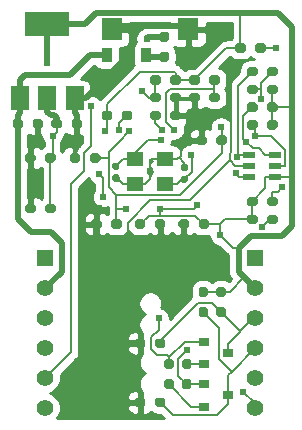
<source format=gbl>
G04 #@! TF.GenerationSoftware,KiCad,Pcbnew,(5.1.10-1-10_14)*
G04 #@! TF.CreationDate,2021-12-01T23:12:48+09:00*
G04 #@! TF.ProjectId,DBG-ESP32,4442472d-4553-4503-9332-2e6b69636164,V1.0*
G04 #@! TF.SameCoordinates,Original*
G04 #@! TF.FileFunction,Copper,L2,Bot*
G04 #@! TF.FilePolarity,Positive*
%FSLAX46Y46*%
G04 Gerber Fmt 4.6, Leading zero omitted, Abs format (unit mm)*
G04 Created by KiCad (PCBNEW (5.1.10-1-10_14)) date 2021-12-01 23:12:48*
%MOMM*%
%LPD*%
G01*
G04 APERTURE LIST*
G04 #@! TA.AperFunction,SMDPad,CuDef*
%ADD10R,1.350000X1.200000*%
G04 #@! TD*
G04 #@! TA.AperFunction,ComponentPad*
%ADD11R,1.800000X1.900000*%
G04 #@! TD*
G04 #@! TA.AperFunction,ComponentPad*
%ADD12R,1.400000X1.400000*%
G04 #@! TD*
G04 #@! TA.AperFunction,ComponentPad*
%ADD13C,1.400000*%
G04 #@! TD*
G04 #@! TA.AperFunction,SMDPad,CuDef*
%ADD14R,3.800000X2.000000*%
G04 #@! TD*
G04 #@! TA.AperFunction,SMDPad,CuDef*
%ADD15R,1.500000X2.000000*%
G04 #@! TD*
G04 #@! TA.AperFunction,SMDPad,CuDef*
%ADD16R,1.060000X0.500000*%
G04 #@! TD*
G04 #@! TA.AperFunction,SMDPad,CuDef*
%ADD17R,0.900000X0.800000*%
G04 #@! TD*
G04 #@! TA.AperFunction,SMDPad,CuDef*
%ADD18R,0.900000X1.200000*%
G04 #@! TD*
G04 #@! TA.AperFunction,ViaPad*
%ADD19C,0.609600*%
G04 #@! TD*
G04 #@! TA.AperFunction,Conductor*
%ADD20C,0.203200*%
G04 #@! TD*
G04 #@! TA.AperFunction,Conductor*
%ADD21C,0.508000*%
G04 #@! TD*
G04 #@! TA.AperFunction,Conductor*
%ADD22C,0.254000*%
G04 #@! TD*
G04 #@! TA.AperFunction,Conductor*
%ADD23C,0.100000*%
G04 #@! TD*
G04 APERTURE END LIST*
G04 #@! TA.AperFunction,SMDPad,CuDef*
G36*
G01*
X-5900000Y7400000D02*
X-5900000Y7000000D01*
G75*
G02*
X-6100000Y6800000I-200000J0D01*
G01*
X-6600000Y6800000D01*
G75*
G02*
X-6800000Y7000000I0J200000D01*
G01*
X-6800000Y7400000D01*
G75*
G02*
X-6600000Y7600000I200000J0D01*
G01*
X-6100000Y7600000D01*
G75*
G02*
X-5900000Y7400000I0J-200000D01*
G01*
G37*
G04 #@! TD.AperFunction*
G04 #@! TA.AperFunction,SMDPad,CuDef*
G36*
G01*
X-4200000Y7400000D02*
X-4200000Y7000000D01*
G75*
G02*
X-4400000Y6800000I-200000J0D01*
G01*
X-4900000Y6800000D01*
G75*
G02*
X-5100000Y7000000I0J200000D01*
G01*
X-5100000Y7400000D01*
G75*
G02*
X-4900000Y7600000I200000J0D01*
G01*
X-4400000Y7600000D01*
G75*
G02*
X-4200000Y7400000I0J-200000D01*
G01*
G37*
G04 #@! TD.AperFunction*
D10*
X1300000Y5000000D03*
X-1300000Y5000000D03*
X-1300000Y7100000D03*
X1300000Y7100000D03*
D11*
X3250000Y18100000D03*
X-3250000Y18100000D03*
D12*
X8890000Y-1270000D03*
D13*
X8890000Y-3810000D03*
X8890000Y-6350000D03*
X8890000Y-8890000D03*
X8890000Y-11430000D03*
X8890000Y-13970000D03*
X-8890000Y-13970000D03*
X-8890000Y-11430000D03*
X-8890000Y-8890000D03*
X-8890000Y-6350000D03*
X-8890000Y-3810000D03*
D12*
X-8890000Y-1270000D03*
D14*
X-8700000Y18550000D03*
D15*
X-8700000Y12250000D03*
X-11000000Y12250000D03*
X-6400000Y12250000D03*
D16*
X8400000Y5550000D03*
X8400000Y6500000D03*
X8400000Y7450000D03*
X10600000Y7450000D03*
X10600000Y5550000D03*
X10600000Y6500000D03*
G04 #@! TA.AperFunction,SMDPad,CuDef*
G36*
G01*
X4300000Y-5400000D02*
X4700000Y-5400000D01*
G75*
G02*
X4900000Y-5600000I0J-200000D01*
G01*
X4900000Y-6100000D01*
G75*
G02*
X4700000Y-6300000I-200000J0D01*
G01*
X4300000Y-6300000D01*
G75*
G02*
X4100000Y-6100000I0J200000D01*
G01*
X4100000Y-5600000D01*
G75*
G02*
X4300000Y-5400000I200000J0D01*
G01*
G37*
G04 #@! TD.AperFunction*
G04 #@! TA.AperFunction,SMDPad,CuDef*
G36*
G01*
X4300000Y-3700000D02*
X4700000Y-3700000D01*
G75*
G02*
X4900000Y-3900000I0J-200000D01*
G01*
X4900000Y-4400000D01*
G75*
G02*
X4700000Y-4600000I-200000J0D01*
G01*
X4300000Y-4600000D01*
G75*
G02*
X4100000Y-4400000I0J200000D01*
G01*
X4100000Y-3900000D01*
G75*
G02*
X4300000Y-3700000I200000J0D01*
G01*
G37*
G04 #@! TD.AperFunction*
G04 #@! TA.AperFunction,SMDPad,CuDef*
G36*
G01*
X5800000Y-5400000D02*
X6200000Y-5400000D01*
G75*
G02*
X6400000Y-5600000I0J-200000D01*
G01*
X6400000Y-6100000D01*
G75*
G02*
X6200000Y-6300000I-200000J0D01*
G01*
X5800000Y-6300000D01*
G75*
G02*
X5600000Y-6100000I0J200000D01*
G01*
X5600000Y-5600000D01*
G75*
G02*
X5800000Y-5400000I200000J0D01*
G01*
G37*
G04 #@! TD.AperFunction*
G04 #@! TA.AperFunction,SMDPad,CuDef*
G36*
G01*
X5800000Y-3700000D02*
X6200000Y-3700000D01*
G75*
G02*
X6400000Y-3900000I0J-200000D01*
G01*
X6400000Y-4400000D01*
G75*
G02*
X6200000Y-4600000I-200000J0D01*
G01*
X5800000Y-4600000D01*
G75*
G02*
X5600000Y-4400000I0J200000D01*
G01*
X5600000Y-3900000D01*
G75*
G02*
X5800000Y-3700000I200000J0D01*
G01*
G37*
G04 #@! TD.AperFunction*
G04 #@! TA.AperFunction,SMDPad,CuDef*
G36*
G01*
X1800000Y-10700000D02*
X1400000Y-10700000D01*
G75*
G02*
X1200000Y-10500000I0J200000D01*
G01*
X1200000Y-10000000D01*
G75*
G02*
X1400000Y-9800000I200000J0D01*
G01*
X1800000Y-9800000D01*
G75*
G02*
X2000000Y-10000000I0J-200000D01*
G01*
X2000000Y-10500000D01*
G75*
G02*
X1800000Y-10700000I-200000J0D01*
G01*
G37*
G04 #@! TD.AperFunction*
G04 #@! TA.AperFunction,SMDPad,CuDef*
G36*
G01*
X1800000Y-12400000D02*
X1400000Y-12400000D01*
G75*
G02*
X1200000Y-12200000I0J200000D01*
G01*
X1200000Y-11700000D01*
G75*
G02*
X1400000Y-11500000I200000J0D01*
G01*
X1800000Y-11500000D01*
G75*
G02*
X2000000Y-11700000I0J-200000D01*
G01*
X2000000Y-12200000D01*
G75*
G02*
X1800000Y-12400000I-200000J0D01*
G01*
G37*
G04 #@! TD.AperFunction*
G04 #@! TA.AperFunction,SMDPad,CuDef*
G36*
G01*
X2900000Y-11500000D02*
X3300000Y-11500000D01*
G75*
G02*
X3500000Y-11700000I0J-200000D01*
G01*
X3500000Y-12200000D01*
G75*
G02*
X3300000Y-12400000I-200000J0D01*
G01*
X2900000Y-12400000D01*
G75*
G02*
X2700000Y-12200000I0J200000D01*
G01*
X2700000Y-11700000D01*
G75*
G02*
X2900000Y-11500000I200000J0D01*
G01*
G37*
G04 #@! TD.AperFunction*
G04 #@! TA.AperFunction,SMDPad,CuDef*
G36*
G01*
X2900000Y-9800000D02*
X3300000Y-9800000D01*
G75*
G02*
X3500000Y-10000000I0J-200000D01*
G01*
X3500000Y-10500000D01*
G75*
G02*
X3300000Y-10700000I-200000J0D01*
G01*
X2900000Y-10700000D01*
G75*
G02*
X2700000Y-10500000I0J200000D01*
G01*
X2700000Y-10000000D01*
G75*
G02*
X2900000Y-9800000I200000J0D01*
G01*
G37*
G04 #@! TD.AperFunction*
G04 #@! TA.AperFunction,SMDPad,CuDef*
G36*
G01*
X9100000Y3700000D02*
X9100000Y3300000D01*
G75*
G02*
X8900000Y3100000I-200000J0D01*
G01*
X8400000Y3100000D01*
G75*
G02*
X8200000Y3300000I0J200000D01*
G01*
X8200000Y3700000D01*
G75*
G02*
X8400000Y3900000I200000J0D01*
G01*
X8900000Y3900000D01*
G75*
G02*
X9100000Y3700000I0J-200000D01*
G01*
G37*
G04 #@! TD.AperFunction*
G04 #@! TA.AperFunction,SMDPad,CuDef*
G36*
G01*
X10800000Y3700000D02*
X10800000Y3300000D01*
G75*
G02*
X10600000Y3100000I-200000J0D01*
G01*
X10100000Y3100000D01*
G75*
G02*
X9900000Y3300000I0J200000D01*
G01*
X9900000Y3700000D01*
G75*
G02*
X10100000Y3900000I200000J0D01*
G01*
X10600000Y3900000D01*
G75*
G02*
X10800000Y3700000I0J-200000D01*
G01*
G37*
G04 #@! TD.AperFunction*
G04 #@! TA.AperFunction,SMDPad,CuDef*
G36*
G01*
X9100000Y2200000D02*
X9100000Y1800000D01*
G75*
G02*
X8900000Y1600000I-200000J0D01*
G01*
X8400000Y1600000D01*
G75*
G02*
X8200000Y1800000I0J200000D01*
G01*
X8200000Y2200000D01*
G75*
G02*
X8400000Y2400000I200000J0D01*
G01*
X8900000Y2400000D01*
G75*
G02*
X9100000Y2200000I0J-200000D01*
G01*
G37*
G04 #@! TD.AperFunction*
G04 #@! TA.AperFunction,SMDPad,CuDef*
G36*
G01*
X10800000Y2200000D02*
X10800000Y1800000D01*
G75*
G02*
X10600000Y1600000I-200000J0D01*
G01*
X10100000Y1600000D01*
G75*
G02*
X9900000Y1800000I0J200000D01*
G01*
X9900000Y2200000D01*
G75*
G02*
X10100000Y2400000I200000J0D01*
G01*
X10600000Y2400000D01*
G75*
G02*
X10800000Y2200000I0J-200000D01*
G01*
G37*
G04 #@! TD.AperFunction*
G04 #@! TA.AperFunction,SMDPad,CuDef*
G36*
G01*
X8100000Y16700000D02*
X8100000Y16300000D01*
G75*
G02*
X7900000Y16100000I-200000J0D01*
G01*
X7400000Y16100000D01*
G75*
G02*
X7200000Y16300000I0J200000D01*
G01*
X7200000Y16700000D01*
G75*
G02*
X7400000Y16900000I200000J0D01*
G01*
X7900000Y16900000D01*
G75*
G02*
X8100000Y16700000I0J-200000D01*
G01*
G37*
G04 #@! TD.AperFunction*
G04 #@! TA.AperFunction,SMDPad,CuDef*
G36*
G01*
X9800000Y16700000D02*
X9800000Y16300000D01*
G75*
G02*
X9600000Y16100000I-200000J0D01*
G01*
X9100000Y16100000D01*
G75*
G02*
X8900000Y16300000I0J200000D01*
G01*
X8900000Y16700000D01*
G75*
G02*
X9100000Y16900000I200000J0D01*
G01*
X9600000Y16900000D01*
G75*
G02*
X9800000Y16700000I0J-200000D01*
G01*
G37*
G04 #@! TD.AperFunction*
G04 #@! TA.AperFunction,SMDPad,CuDef*
G36*
G01*
X-3200000Y11000000D02*
X-3200000Y10600000D01*
G75*
G02*
X-3400000Y10400000I-200000J0D01*
G01*
X-3900000Y10400000D01*
G75*
G02*
X-4100000Y10600000I0J200000D01*
G01*
X-4100000Y11000000D01*
G75*
G02*
X-3900000Y11200000I200000J0D01*
G01*
X-3400000Y11200000D01*
G75*
G02*
X-3200000Y11000000I0J-200000D01*
G01*
G37*
G04 #@! TD.AperFunction*
G04 #@! TA.AperFunction,SMDPad,CuDef*
G36*
G01*
X-1500000Y11000000D02*
X-1500000Y10600000D01*
G75*
G02*
X-1700000Y10400000I-200000J0D01*
G01*
X-2200000Y10400000D01*
G75*
G02*
X-2400000Y10600000I0J200000D01*
G01*
X-2400000Y11000000D01*
G75*
G02*
X-2200000Y11200000I200000J0D01*
G01*
X-1700000Y11200000D01*
G75*
G02*
X-1500000Y11000000I0J-200000D01*
G01*
G37*
G04 #@! TD.AperFunction*
G04 #@! TA.AperFunction,SMDPad,CuDef*
G36*
G01*
X1700000Y10600000D02*
X1700000Y11000000D01*
G75*
G02*
X1900000Y11200000I200000J0D01*
G01*
X2400000Y11200000D01*
G75*
G02*
X2600000Y11000000I0J-200000D01*
G01*
X2600000Y10600000D01*
G75*
G02*
X2400000Y10400000I-200000J0D01*
G01*
X1900000Y10400000D01*
G75*
G02*
X1700000Y10600000I0J200000D01*
G01*
G37*
G04 #@! TD.AperFunction*
G04 #@! TA.AperFunction,SMDPad,CuDef*
G36*
G01*
X0Y10600000D02*
X0Y11000000D01*
G75*
G02*
X200000Y11200000I200000J0D01*
G01*
X700000Y11200000D01*
G75*
G02*
X900000Y11000000I0J-200000D01*
G01*
X900000Y10600000D01*
G75*
G02*
X700000Y10400000I-200000J0D01*
G01*
X200000Y10400000D01*
G75*
G02*
X0Y10600000I0J200000D01*
G01*
G37*
G04 #@! TD.AperFunction*
G04 #@! TA.AperFunction,SMDPad,CuDef*
G36*
G01*
X9100000Y11700000D02*
X9100000Y11300000D01*
G75*
G02*
X8900000Y11100000I-200000J0D01*
G01*
X8400000Y11100000D01*
G75*
G02*
X8200000Y11300000I0J200000D01*
G01*
X8200000Y11700000D01*
G75*
G02*
X8400000Y11900000I200000J0D01*
G01*
X8900000Y11900000D01*
G75*
G02*
X9100000Y11700000I0J-200000D01*
G01*
G37*
G04 #@! TD.AperFunction*
G04 #@! TA.AperFunction,SMDPad,CuDef*
G36*
G01*
X10800000Y11700000D02*
X10800000Y11300000D01*
G75*
G02*
X10600000Y11100000I-200000J0D01*
G01*
X10100000Y11100000D01*
G75*
G02*
X9900000Y11300000I0J200000D01*
G01*
X9900000Y11700000D01*
G75*
G02*
X10100000Y11900000I200000J0D01*
G01*
X10600000Y11900000D01*
G75*
G02*
X10800000Y11700000I0J-200000D01*
G01*
G37*
G04 #@! TD.AperFunction*
G04 #@! TA.AperFunction,SMDPad,CuDef*
G36*
G01*
X9900000Y14300000D02*
X9900000Y14700000D01*
G75*
G02*
X10100000Y14900000I200000J0D01*
G01*
X10600000Y14900000D01*
G75*
G02*
X10800000Y14700000I0J-200000D01*
G01*
X10800000Y14300000D01*
G75*
G02*
X10600000Y14100000I-200000J0D01*
G01*
X10100000Y14100000D01*
G75*
G02*
X9900000Y14300000I0J200000D01*
G01*
G37*
G04 #@! TD.AperFunction*
G04 #@! TA.AperFunction,SMDPad,CuDef*
G36*
G01*
X8200000Y14300000D02*
X8200000Y14700000D01*
G75*
G02*
X8400000Y14900000I200000J0D01*
G01*
X8900000Y14900000D01*
G75*
G02*
X9100000Y14700000I0J-200000D01*
G01*
X9100000Y14300000D01*
G75*
G02*
X8900000Y14100000I-200000J0D01*
G01*
X8400000Y14100000D01*
G75*
G02*
X8200000Y14300000I0J200000D01*
G01*
G37*
G04 #@! TD.AperFunction*
G04 #@! TA.AperFunction,SMDPad,CuDef*
G36*
G01*
X9100000Y13200000D02*
X9100000Y12800000D01*
G75*
G02*
X8900000Y12600000I-200000J0D01*
G01*
X8400000Y12600000D01*
G75*
G02*
X8200000Y12800000I0J200000D01*
G01*
X8200000Y13200000D01*
G75*
G02*
X8400000Y13400000I200000J0D01*
G01*
X8900000Y13400000D01*
G75*
G02*
X9100000Y13200000I0J-200000D01*
G01*
G37*
G04 #@! TD.AperFunction*
G04 #@! TA.AperFunction,SMDPad,CuDef*
G36*
G01*
X10800000Y13200000D02*
X10800000Y12800000D01*
G75*
G02*
X10600000Y12600000I-200000J0D01*
G01*
X10100000Y12600000D01*
G75*
G02*
X9900000Y12800000I0J200000D01*
G01*
X9900000Y13200000D01*
G75*
G02*
X10100000Y13400000I200000J0D01*
G01*
X10600000Y13400000D01*
G75*
G02*
X10800000Y13200000I0J-200000D01*
G01*
G37*
G04 #@! TD.AperFunction*
G04 #@! TA.AperFunction,SMDPad,CuDef*
G36*
G01*
X9100000Y10200000D02*
X9100000Y9800000D01*
G75*
G02*
X8900000Y9600000I-200000J0D01*
G01*
X8400000Y9600000D01*
G75*
G02*
X8200000Y9800000I0J200000D01*
G01*
X8200000Y10200000D01*
G75*
G02*
X8400000Y10400000I200000J0D01*
G01*
X8900000Y10400000D01*
G75*
G02*
X9100000Y10200000I0J-200000D01*
G01*
G37*
G04 #@! TD.AperFunction*
G04 #@! TA.AperFunction,SMDPad,CuDef*
G36*
G01*
X10800000Y10200000D02*
X10800000Y9800000D01*
G75*
G02*
X10600000Y9600000I-200000J0D01*
G01*
X10100000Y9600000D01*
G75*
G02*
X9900000Y9800000I0J200000D01*
G01*
X9900000Y10200000D01*
G75*
G02*
X10100000Y10400000I200000J0D01*
G01*
X10600000Y10400000D01*
G75*
G02*
X10800000Y10200000I0J-200000D01*
G01*
G37*
G04 #@! TD.AperFunction*
D17*
X6600000Y-12900000D03*
X4600000Y-11950000D03*
X4600000Y-13850000D03*
X6600000Y-9300000D03*
X4600000Y-8350000D03*
X4600000Y-10250000D03*
G04 #@! TA.AperFunction,SMDPad,CuDef*
G36*
G01*
X5000000Y13600000D02*
X5000000Y14000000D01*
G75*
G02*
X5200000Y14200000I200000J0D01*
G01*
X5700000Y14200000D01*
G75*
G02*
X5900000Y14000000I0J-200000D01*
G01*
X5900000Y13600000D01*
G75*
G02*
X5700000Y13400000I-200000J0D01*
G01*
X5200000Y13400000D01*
G75*
G02*
X5000000Y13600000I0J200000D01*
G01*
G37*
G04 #@! TD.AperFunction*
G04 #@! TA.AperFunction,SMDPad,CuDef*
G36*
G01*
X3300000Y13600000D02*
X3300000Y14000000D01*
G75*
G02*
X3500000Y14200000I200000J0D01*
G01*
X4000000Y14200000D01*
G75*
G02*
X4200000Y14000000I0J-200000D01*
G01*
X4200000Y13600000D01*
G75*
G02*
X4000000Y13400000I-200000J0D01*
G01*
X3500000Y13400000D01*
G75*
G02*
X3300000Y13600000I0J200000D01*
G01*
G37*
G04 #@! TD.AperFunction*
G04 #@! TA.AperFunction,SMDPad,CuDef*
G36*
G01*
X900000Y14000000D02*
X900000Y13600000D01*
G75*
G02*
X700000Y13400000I-200000J0D01*
G01*
X200000Y13400000D01*
G75*
G02*
X0Y13600000I0J200000D01*
G01*
X0Y14000000D01*
G75*
G02*
X200000Y14200000I200000J0D01*
G01*
X700000Y14200000D01*
G75*
G02*
X900000Y14000000I0J-200000D01*
G01*
G37*
G04 #@! TD.AperFunction*
G04 #@! TA.AperFunction,SMDPad,CuDef*
G36*
G01*
X2600000Y14000000D02*
X2600000Y13600000D01*
G75*
G02*
X2400000Y13400000I-200000J0D01*
G01*
X1900000Y13400000D01*
G75*
G02*
X1700000Y13600000I0J200000D01*
G01*
X1700000Y14000000D01*
G75*
G02*
X1900000Y14200000I200000J0D01*
G01*
X2400000Y14200000D01*
G75*
G02*
X2600000Y14000000I0J-200000D01*
G01*
G37*
G04 #@! TD.AperFunction*
G04 #@! TA.AperFunction,SMDPad,CuDef*
G36*
G01*
X1000000Y16200000D02*
X1400000Y16200000D01*
G75*
G02*
X1600000Y16000000I0J-200000D01*
G01*
X1600000Y15500000D01*
G75*
G02*
X1400000Y15300000I-200000J0D01*
G01*
X1000000Y15300000D01*
G75*
G02*
X800000Y15500000I0J200000D01*
G01*
X800000Y16000000D01*
G75*
G02*
X1000000Y16200000I200000J0D01*
G01*
G37*
G04 #@! TD.AperFunction*
G04 #@! TA.AperFunction,SMDPad,CuDef*
G36*
G01*
X1000000Y17900000D02*
X1400000Y17900000D01*
G75*
G02*
X1600000Y17700000I0J-200000D01*
G01*
X1600000Y17200000D01*
G75*
G02*
X1400000Y17000000I-200000J0D01*
G01*
X1000000Y17000000D01*
G75*
G02*
X800000Y17200000I0J200000D01*
G01*
X800000Y17700000D01*
G75*
G02*
X1000000Y17900000I200000J0D01*
G01*
G37*
G04 #@! TD.AperFunction*
D18*
X-3650000Y15900000D03*
X-350000Y15900000D03*
G04 #@! TA.AperFunction,SMDPad,CuDef*
G36*
G01*
X400000Y-13700000D02*
X400000Y-13300000D01*
G75*
G02*
X600000Y-13100000I200000J0D01*
G01*
X1100000Y-13100000D01*
G75*
G02*
X1300000Y-13300000I0J-200000D01*
G01*
X1300000Y-13700000D01*
G75*
G02*
X1100000Y-13900000I-200000J0D01*
G01*
X600000Y-13900000D01*
G75*
G02*
X400000Y-13700000I0J200000D01*
G01*
G37*
G04 #@! TD.AperFunction*
G04 #@! TA.AperFunction,SMDPad,CuDef*
G36*
G01*
X-1300000Y-13700000D02*
X-1300000Y-13300000D01*
G75*
G02*
X-1100000Y-13100000I200000J0D01*
G01*
X-600000Y-13100000D01*
G75*
G02*
X-400000Y-13300000I0J-200000D01*
G01*
X-400000Y-13700000D01*
G75*
G02*
X-600000Y-13900000I-200000J0D01*
G01*
X-1100000Y-13900000D01*
G75*
G02*
X-1300000Y-13700000I0J200000D01*
G01*
G37*
G04 #@! TD.AperFunction*
G04 #@! TA.AperFunction,SMDPad,CuDef*
G36*
G01*
X400000Y-8700000D02*
X400000Y-8300000D01*
G75*
G02*
X600000Y-8100000I200000J0D01*
G01*
X1100000Y-8100000D01*
G75*
G02*
X1300000Y-8300000I0J-200000D01*
G01*
X1300000Y-8700000D01*
G75*
G02*
X1100000Y-8900000I-200000J0D01*
G01*
X600000Y-8900000D01*
G75*
G02*
X400000Y-8700000I0J200000D01*
G01*
G37*
G04 #@! TD.AperFunction*
G04 #@! TA.AperFunction,SMDPad,CuDef*
G36*
G01*
X-1300000Y-8700000D02*
X-1300000Y-8300000D01*
G75*
G02*
X-1100000Y-8100000I200000J0D01*
G01*
X-600000Y-8100000D01*
G75*
G02*
X-400000Y-8300000I0J-200000D01*
G01*
X-400000Y-8700000D01*
G75*
G02*
X-600000Y-8900000I-200000J0D01*
G01*
X-1100000Y-8900000D01*
G75*
G02*
X-1300000Y-8700000I0J200000D01*
G01*
G37*
G04 #@! TD.AperFunction*
G04 #@! TA.AperFunction,SMDPad,CuDef*
G36*
G01*
X3300000Y1800000D02*
X3300000Y1400000D01*
G75*
G02*
X3100000Y1200000I-200000J0D01*
G01*
X2600000Y1200000D01*
G75*
G02*
X2400000Y1400000I0J200000D01*
G01*
X2400000Y1800000D01*
G75*
G02*
X2600000Y2000000I200000J0D01*
G01*
X3100000Y2000000D01*
G75*
G02*
X3300000Y1800000I0J-200000D01*
G01*
G37*
G04 #@! TD.AperFunction*
G04 #@! TA.AperFunction,SMDPad,CuDef*
G36*
G01*
X5000000Y1800000D02*
X5000000Y1400000D01*
G75*
G02*
X4800000Y1200000I-200000J0D01*
G01*
X4300000Y1200000D01*
G75*
G02*
X4100000Y1400000I0J200000D01*
G01*
X4100000Y1800000D01*
G75*
G02*
X4300000Y2000000I200000J0D01*
G01*
X4800000Y2000000D01*
G75*
G02*
X5000000Y1800000I0J-200000D01*
G01*
G37*
G04 #@! TD.AperFunction*
G04 #@! TA.AperFunction,SMDPad,CuDef*
G36*
G01*
X400000Y1400000D02*
X400000Y1800000D01*
G75*
G02*
X600000Y2000000I200000J0D01*
G01*
X1100000Y2000000D01*
G75*
G02*
X1300000Y1800000I0J-200000D01*
G01*
X1300000Y1400000D01*
G75*
G02*
X1100000Y1200000I-200000J0D01*
G01*
X600000Y1200000D01*
G75*
G02*
X400000Y1400000I0J200000D01*
G01*
G37*
G04 #@! TD.AperFunction*
G04 #@! TA.AperFunction,SMDPad,CuDef*
G36*
G01*
X-1300000Y1400000D02*
X-1300000Y1800000D01*
G75*
G02*
X-1100000Y2000000I200000J0D01*
G01*
X-600000Y2000000D01*
G75*
G02*
X-400000Y1800000I0J-200000D01*
G01*
X-400000Y1400000D01*
G75*
G02*
X-600000Y1200000I-200000J0D01*
G01*
X-1100000Y1200000D01*
G75*
G02*
X-1300000Y1400000I0J200000D01*
G01*
G37*
G04 #@! TD.AperFunction*
G04 #@! TA.AperFunction,SMDPad,CuDef*
G36*
G01*
X-9700000Y3121000D02*
X-9700000Y2721000D01*
G75*
G02*
X-9900000Y2521000I-200000J0D01*
G01*
X-10400000Y2521000D01*
G75*
G02*
X-10600000Y2721000I0J200000D01*
G01*
X-10600000Y3121000D01*
G75*
G02*
X-10400000Y3321000I200000J0D01*
G01*
X-9900000Y3321000D01*
G75*
G02*
X-9700000Y3121000I0J-200000D01*
G01*
G37*
G04 #@! TD.AperFunction*
G04 #@! TA.AperFunction,SMDPad,CuDef*
G36*
G01*
X-8000000Y3121000D02*
X-8000000Y2721000D01*
G75*
G02*
X-8200000Y2521000I-200000J0D01*
G01*
X-8700000Y2521000D01*
G75*
G02*
X-8900000Y2721000I0J200000D01*
G01*
X-8900000Y3121000D01*
G75*
G02*
X-8700000Y3321000I200000J0D01*
G01*
X-8200000Y3321000D01*
G75*
G02*
X-8000000Y3121000I0J-200000D01*
G01*
G37*
G04 #@! TD.AperFunction*
G04 #@! TA.AperFunction,SMDPad,CuDef*
G36*
G01*
X-9700000Y7400000D02*
X-9700000Y7000000D01*
G75*
G02*
X-9900000Y6800000I-200000J0D01*
G01*
X-10400000Y6800000D01*
G75*
G02*
X-10600000Y7000000I0J200000D01*
G01*
X-10600000Y7400000D01*
G75*
G02*
X-10400000Y7600000I200000J0D01*
G01*
X-9900000Y7600000D01*
G75*
G02*
X-9700000Y7400000I0J-200000D01*
G01*
G37*
G04 #@! TD.AperFunction*
G04 #@! TA.AperFunction,SMDPad,CuDef*
G36*
G01*
X-8000000Y7400000D02*
X-8000000Y7000000D01*
G75*
G02*
X-8200000Y6800000I-200000J0D01*
G01*
X-8700000Y6800000D01*
G75*
G02*
X-8900000Y7000000I0J200000D01*
G01*
X-8900000Y7400000D01*
G75*
G02*
X-8700000Y7600000I200000J0D01*
G01*
X-8200000Y7600000D01*
G75*
G02*
X-8000000Y7400000I0J-200000D01*
G01*
G37*
G04 #@! TD.AperFunction*
G04 #@! TA.AperFunction,SMDPad,CuDef*
G36*
G01*
X4800000Y8900000D02*
X4800000Y8500000D01*
G75*
G02*
X4600000Y8300000I-200000J0D01*
G01*
X4100000Y8300000D01*
G75*
G02*
X3900000Y8500000I0J200000D01*
G01*
X3900000Y8900000D01*
G75*
G02*
X4100000Y9100000I200000J0D01*
G01*
X4600000Y9100000D01*
G75*
G02*
X4800000Y8900000I0J-200000D01*
G01*
G37*
G04 #@! TD.AperFunction*
G04 #@! TA.AperFunction,SMDPad,CuDef*
G36*
G01*
X6500000Y8900000D02*
X6500000Y8500000D01*
G75*
G02*
X6300000Y8300000I-200000J0D01*
G01*
X5800000Y8300000D01*
G75*
G02*
X5600000Y8500000I0J200000D01*
G01*
X5600000Y8900000D01*
G75*
G02*
X5800000Y9100000I200000J0D01*
G01*
X6300000Y9100000D01*
G75*
G02*
X6500000Y8900000I0J-200000D01*
G01*
G37*
G04 #@! TD.AperFunction*
G04 #@! TA.AperFunction,SMDPad,CuDef*
G36*
G01*
X-4100000Y1800000D02*
X-4100000Y1400000D01*
G75*
G02*
X-4300000Y1200000I-200000J0D01*
G01*
X-4800000Y1200000D01*
G75*
G02*
X-5000000Y1400000I0J200000D01*
G01*
X-5000000Y1800000D01*
G75*
G02*
X-4800000Y2000000I200000J0D01*
G01*
X-4300000Y2000000D01*
G75*
G02*
X-4100000Y1800000I0J-200000D01*
G01*
G37*
G04 #@! TD.AperFunction*
G04 #@! TA.AperFunction,SMDPad,CuDef*
G36*
G01*
X-2400000Y1800000D02*
X-2400000Y1400000D01*
G75*
G02*
X-2600000Y1200000I-200000J0D01*
G01*
X-3100000Y1200000D01*
G75*
G02*
X-3300000Y1400000I0J200000D01*
G01*
X-3300000Y1800000D01*
G75*
G02*
X-3100000Y2000000I200000J0D01*
G01*
X-2600000Y2000000D01*
G75*
G02*
X-2400000Y1800000I0J-200000D01*
G01*
G37*
G04 #@! TD.AperFunction*
G04 #@! TA.AperFunction,SMDPad,CuDef*
G36*
G01*
X4200000Y12500000D02*
X4200000Y12100000D01*
G75*
G02*
X4000000Y11900000I-200000J0D01*
G01*
X3500000Y11900000D01*
G75*
G02*
X3300000Y12100000I0J200000D01*
G01*
X3300000Y12500000D01*
G75*
G02*
X3500000Y12700000I200000J0D01*
G01*
X4000000Y12700000D01*
G75*
G02*
X4200000Y12500000I0J-200000D01*
G01*
G37*
G04 #@! TD.AperFunction*
G04 #@! TA.AperFunction,SMDPad,CuDef*
G36*
G01*
X5900000Y12500000D02*
X5900000Y12100000D01*
G75*
G02*
X5700000Y11900000I-200000J0D01*
G01*
X5200000Y11900000D01*
G75*
G02*
X5000000Y12100000I0J200000D01*
G01*
X5000000Y12500000D01*
G75*
G02*
X5200000Y12700000I200000J0D01*
G01*
X5700000Y12700000D01*
G75*
G02*
X5900000Y12500000I0J-200000D01*
G01*
G37*
G04 #@! TD.AperFunction*
G04 #@! TA.AperFunction,SMDPad,CuDef*
G36*
G01*
X1700000Y12100000D02*
X1700000Y12500000D01*
G75*
G02*
X1900000Y12700000I200000J0D01*
G01*
X2400000Y12700000D01*
G75*
G02*
X2600000Y12500000I0J-200000D01*
G01*
X2600000Y12100000D01*
G75*
G02*
X2400000Y11900000I-200000J0D01*
G01*
X1900000Y11900000D01*
G75*
G02*
X1700000Y12100000I0J200000D01*
G01*
G37*
G04 #@! TD.AperFunction*
G04 #@! TA.AperFunction,SMDPad,CuDef*
G36*
G01*
X0Y12100000D02*
X0Y12500000D01*
G75*
G02*
X200000Y12700000I200000J0D01*
G01*
X700000Y12700000D01*
G75*
G02*
X900000Y12500000I0J-200000D01*
G01*
X900000Y12100000D01*
G75*
G02*
X700000Y11900000I-200000J0D01*
G01*
X200000Y11900000D01*
G75*
G02*
X0Y12100000I0J200000D01*
G01*
G37*
G04 #@! TD.AperFunction*
G04 #@! TA.AperFunction,SMDPad,CuDef*
G36*
G01*
X-3050000Y5800000D02*
X-2750000Y5800000D01*
G75*
G02*
X-2600000Y5650000I0J-150000D01*
G01*
X-2600000Y5350000D01*
G75*
G02*
X-2750000Y5200000I-150000J0D01*
G01*
X-3050000Y5200000D01*
G75*
G02*
X-3200000Y5350000I0J150000D01*
G01*
X-3200000Y5650000D01*
G75*
G02*
X-3050000Y5800000I150000J0D01*
G01*
G37*
G04 #@! TD.AperFunction*
G04 #@! TA.AperFunction,SMDPad,CuDef*
G36*
G01*
X-3050000Y6800000D02*
X-2750000Y6800000D01*
G75*
G02*
X-2600000Y6650000I0J-150000D01*
G01*
X-2600000Y6350000D01*
G75*
G02*
X-2750000Y6200000I-150000J0D01*
G01*
X-3050000Y6200000D01*
G75*
G02*
X-3200000Y6350000I0J150000D01*
G01*
X-3200000Y6650000D01*
G75*
G02*
X-3050000Y6800000I150000J0D01*
G01*
G37*
G04 #@! TD.AperFunction*
G04 #@! TA.AperFunction,SMDPad,CuDef*
G36*
G01*
X3050000Y6100000D02*
X2750000Y6100000D01*
G75*
G02*
X2600000Y6250000I0J150000D01*
G01*
X2600000Y6550000D01*
G75*
G02*
X2750000Y6700000I150000J0D01*
G01*
X3050000Y6700000D01*
G75*
G02*
X3200000Y6550000I0J-150000D01*
G01*
X3200000Y6250000D01*
G75*
G02*
X3050000Y6100000I-150000J0D01*
G01*
G37*
G04 #@! TD.AperFunction*
G04 #@! TA.AperFunction,SMDPad,CuDef*
G36*
G01*
X3050000Y5100000D02*
X2750000Y5100000D01*
G75*
G02*
X2600000Y5250000I0J150000D01*
G01*
X2600000Y5550000D01*
G75*
G02*
X2750000Y5700000I150000J0D01*
G01*
X3050000Y5700000D01*
G75*
G02*
X3200000Y5550000I0J-150000D01*
G01*
X3200000Y5250000D01*
G75*
G02*
X3050000Y5100000I-150000J0D01*
G01*
G37*
G04 #@! TD.AperFunction*
G04 #@! TA.AperFunction,SMDPad,CuDef*
G36*
G01*
X-6650000Y9900000D02*
X-6650000Y10300000D01*
G75*
G02*
X-6450000Y10500000I200000J0D01*
G01*
X-5950000Y10500000D01*
G75*
G02*
X-5750000Y10300000I0J-200000D01*
G01*
X-5750000Y9900000D01*
G75*
G02*
X-5950000Y9700000I-200000J0D01*
G01*
X-6450000Y9700000D01*
G75*
G02*
X-6650000Y9900000I0J200000D01*
G01*
G37*
G04 #@! TD.AperFunction*
G04 #@! TA.AperFunction,SMDPad,CuDef*
G36*
G01*
X-8350000Y9900000D02*
X-8350000Y10300000D01*
G75*
G02*
X-8150000Y10500000I200000J0D01*
G01*
X-7650000Y10500000D01*
G75*
G02*
X-7450000Y10300000I0J-200000D01*
G01*
X-7450000Y9900000D01*
G75*
G02*
X-7650000Y9700000I-200000J0D01*
G01*
X-8150000Y9700000D01*
G75*
G02*
X-8350000Y9900000I0J200000D01*
G01*
G37*
G04 #@! TD.AperFunction*
G04 #@! TA.AperFunction,SMDPad,CuDef*
G36*
G01*
X-9950000Y9900000D02*
X-9950000Y10300000D01*
G75*
G02*
X-9750000Y10500000I200000J0D01*
G01*
X-9250000Y10500000D01*
G75*
G02*
X-9050000Y10300000I0J-200000D01*
G01*
X-9050000Y9900000D01*
G75*
G02*
X-9250000Y9700000I-200000J0D01*
G01*
X-9750000Y9700000D01*
G75*
G02*
X-9950000Y9900000I0J200000D01*
G01*
G37*
G04 #@! TD.AperFunction*
G04 #@! TA.AperFunction,SMDPad,CuDef*
G36*
G01*
X-11650000Y9900000D02*
X-11650000Y10300000D01*
G75*
G02*
X-11450000Y10500000I200000J0D01*
G01*
X-10950000Y10500000D01*
G75*
G02*
X-10750000Y10300000I0J-200000D01*
G01*
X-10750000Y9900000D01*
G75*
G02*
X-10950000Y9700000I-200000J0D01*
G01*
X-11450000Y9700000D01*
G75*
G02*
X-11650000Y9900000I0J200000D01*
G01*
G37*
G04 #@! TD.AperFunction*
D19*
X4497000Y-196100D03*
X-10150000Y5050000D03*
X-850000Y-11050000D03*
X0Y6100000D03*
X-4300000Y3000000D03*
X800000Y2900000D03*
X-3859600Y9500000D03*
X5948300Y637800D03*
X-8257900Y9063400D03*
X-4000000Y3900000D03*
X-4300000Y5800000D03*
X4000000Y3200000D03*
X-8700000Y15200000D03*
X3435200Y7486700D03*
X928300Y8741200D03*
X-689147Y12898747D03*
X2017500Y9582100D03*
X6000000Y9790400D03*
X-2000000Y2900000D03*
X-1750000Y9439300D03*
X10700000Y16500000D03*
X9500000Y1362000D03*
X11200000Y4700000D03*
X-300000Y17300000D03*
X-5000000Y11600000D03*
X7900000Y-12600000D03*
X730600Y-6373500D03*
X3142700Y-9039000D03*
X8887200Y9067100D03*
X9405900Y12205500D03*
X7250100Y5912800D03*
X7338700Y7298900D03*
X8092200Y8582800D03*
X1042200Y9587100D03*
X-2627000Y9588600D03*
D20*
X27780Y3641690D02*
X3340190Y3641690D01*
X3340190Y3641690D02*
X6728800Y7030300D01*
X3500000Y8700000D02*
X4350000Y8700000D01*
X3100000Y10500000D02*
X3100000Y9100000D01*
X2800000Y10800000D02*
X3100000Y10500000D01*
X2150000Y10800000D02*
X2800000Y10800000D01*
X-1300000Y5000000D02*
X-2280100Y5000000D01*
X-2780100Y5500000D02*
X-2280100Y5000000D01*
X-2900000Y5500000D02*
X-2780100Y5500000D01*
X8400000Y6500000D02*
X7666600Y6500000D01*
X-4550000Y1600000D02*
X-4331600Y1600000D01*
X2850000Y1600000D02*
X2850000Y1450900D01*
X7635300Y6531300D02*
X7666600Y6500000D01*
X7227800Y6531300D02*
X7635300Y6531300D01*
X6728800Y7030300D02*
X7227800Y6531300D01*
X2150000Y10800000D02*
X2150000Y12300000D01*
X2150000Y12300000D02*
X3750000Y12300000D01*
X-6200000Y10100000D02*
X-6200000Y8800000D01*
X-6350000Y8650000D02*
X-6350000Y7200000D01*
X-6200000Y8800000D02*
X-6350000Y8650000D01*
X-10150000Y5050000D02*
X-10150000Y2921000D01*
X-10150000Y7200000D02*
X-10150000Y5050000D01*
X-850000Y-11050000D02*
X-850000Y-13500000D01*
X-850000Y-8500000D02*
X-850000Y-11050000D01*
D21*
X-4550000Y1600000D02*
X-4550000Y-7950000D01*
X-4000000Y-8500000D02*
X-850000Y-8500000D01*
X-4550000Y-7950000D02*
X-4000000Y-8500000D01*
X2992790Y18357210D02*
X3250000Y18100000D01*
X-3250000Y18100000D02*
X-2992790Y18357210D01*
X-5427038Y12250000D02*
X-6400000Y12250000D01*
X-1542790Y18357210D02*
X-1542790Y16134248D01*
X-1542790Y16134248D02*
X-5427038Y12250000D01*
X-2992790Y18357210D02*
X-1542790Y18357210D01*
X-1542790Y18357210D02*
X2992790Y18357210D01*
D20*
X-1300000Y5000000D02*
X-400000Y5000000D01*
X-400000Y5000000D02*
X0Y5400000D01*
X1300000Y7100000D02*
X100000Y7100000D01*
X100000Y7100000D02*
X0Y7000000D01*
X0Y6200000D02*
X0Y6100000D01*
X0Y7000000D02*
X0Y6200000D01*
X0Y6200000D02*
X0Y5400000D01*
X4350000Y8700000D02*
X3200000Y8700000D01*
X3200000Y8700000D02*
X2600000Y8100000D01*
X2600000Y8100000D02*
X2600000Y7400000D01*
X2300000Y7100000D02*
X1300000Y7100000D01*
X2900000Y6400000D02*
X2900000Y6800000D01*
X2900000Y6800000D02*
X2450000Y7250000D01*
X2450000Y7250000D02*
X2300000Y7100000D01*
X2600000Y7400000D02*
X2450000Y7250000D01*
X27780Y3641690D02*
X-1900000Y1713910D01*
X-1900000Y1713910D02*
X-1900000Y200000D01*
X-1900000Y200000D02*
X-1503900Y-196100D01*
X850000Y-150000D02*
X896100Y-196100D01*
X850000Y1600000D02*
X850000Y-150000D01*
X-1503900Y-196100D02*
X896100Y-196100D01*
X2850000Y-150000D02*
X2803900Y-196100D01*
X2850000Y1600000D02*
X2850000Y-150000D01*
X2803900Y-196100D02*
X4497000Y-196100D01*
X896100Y-196100D02*
X2803900Y-196100D01*
X6845200Y7667900D02*
X6728800Y7551500D01*
X6845200Y10254800D02*
X6845200Y7667900D01*
X6728800Y7551500D02*
X6728800Y7030300D01*
X4350000Y10250000D02*
X4900000Y10800000D01*
X6300000Y10800000D02*
X6845200Y10254800D01*
X4900000Y10800000D02*
X6300000Y10800000D01*
X4350000Y8700000D02*
X4350000Y10250000D01*
X-9500000Y10100000D02*
X-9500000Y9200000D01*
X-10150000Y8550000D02*
X-10150000Y7200000D01*
X-9500000Y9200000D02*
X-10150000Y8550000D01*
X-4550000Y2750000D02*
X-4300000Y3000000D01*
X-4550000Y1600000D02*
X-4550000Y2750000D01*
D21*
X-6400000Y12250000D02*
X-6400000Y11000000D01*
X-6200000Y10800000D02*
X-6400000Y11000000D01*
X-6200000Y10100000D02*
X-6200000Y10800000D01*
D20*
X-11000000Y12250000D02*
X-11000000Y11699200D01*
D21*
X-3650000Y15900000D02*
X-5100000Y15900000D01*
X-5100000Y15900000D02*
X-6800000Y14200000D01*
X-6800000Y14200000D02*
X-10600000Y14200000D01*
X-11000000Y13800000D02*
X-11000000Y12250000D01*
X-10600000Y14200000D02*
X-11000000Y13800000D01*
X-11000000Y12250000D02*
X-11000000Y11000000D01*
X-11200000Y10800000D02*
X-11200000Y10100000D01*
X-11000000Y11000000D02*
X-11200000Y10800000D01*
X-11200000Y10100000D02*
X-11200000Y2000000D01*
X-11200000Y2000000D02*
X-10100000Y900000D01*
X-10100000Y900000D02*
X-8400000Y900000D01*
X-8400000Y900000D02*
X-7500000Y0D01*
X-7500000Y-2420000D02*
X-8890000Y-3810000D01*
X-7500000Y0D02*
X-7500000Y-2420000D01*
D20*
X3832300Y2317700D02*
X782300Y2317700D01*
X782300Y2317700D02*
X-132300Y2317700D01*
X800000Y2900000D02*
X800000Y2335400D01*
X800000Y2335400D02*
X782300Y2317700D01*
X-3650000Y10800000D02*
X-3650000Y9709600D01*
X-3650000Y9709600D02*
X-3859600Y9500000D01*
X10350000Y13000000D02*
X10350000Y11500000D01*
X3750000Y13800000D02*
X2150000Y13800000D01*
X4500000Y-4150000D02*
X6000000Y-4150000D01*
X-132300Y2317700D02*
X-850000Y1600000D01*
X4550000Y1600000D02*
X3832300Y2317700D01*
X9764900Y4614900D02*
X8650000Y3500000D01*
X9764900Y5550000D02*
X9764900Y4614900D01*
X10600000Y5550000D02*
X9764900Y5550000D01*
X-8450000Y7200000D02*
X-8450000Y2921000D01*
X8650000Y2000000D02*
X8650000Y3500000D01*
X5948300Y1600000D02*
X4550000Y1600000D01*
X6348300Y2000000D02*
X5948300Y1600000D01*
X8650000Y2000000D02*
X6348300Y2000000D01*
X5948300Y1600000D02*
X5948300Y637800D01*
X6450000Y16500000D02*
X7650000Y16500000D01*
X3750000Y13800000D02*
X6450000Y16500000D01*
X-7900000Y10144900D02*
X-7900000Y10100000D01*
X-7900000Y9421300D02*
X-8257900Y9063400D01*
X-7900000Y10100000D02*
X-7900000Y9421300D01*
X-8257900Y7392100D02*
X-8450000Y7200000D01*
X-8257900Y9063400D02*
X-8257900Y7392100D01*
X-8700000Y12250000D02*
X-8700000Y11597500D01*
X10350000Y11500000D02*
X10350000Y10000000D01*
X-4000000Y5500000D02*
X-4300000Y5800000D01*
X-4000000Y3900000D02*
X-4000000Y5500000D01*
X3700000Y2900000D02*
X4000000Y3200000D01*
X800000Y2900000D02*
X3700000Y2900000D01*
X-8500000Y18350000D02*
X-8700000Y18550000D01*
X2150000Y13800000D02*
X2150000Y14350000D01*
X1995190Y14504810D02*
X-895190Y14504810D01*
X2150000Y14350000D02*
X1995190Y14504810D01*
X-3650000Y11750000D02*
X-3650000Y10800000D01*
X-895190Y14504810D02*
X-3650000Y11750000D01*
D21*
X-8700000Y18550000D02*
X-5550000Y18550000D01*
X-5550000Y18550000D02*
X-4592799Y19507201D01*
X10792799Y19507201D02*
X11993910Y18306090D01*
X11993910Y1393910D02*
X11200000Y600000D01*
X8537038Y600000D02*
X7500000Y-437038D01*
X11200000Y600000D02*
X8537038Y600000D01*
X7500000Y-437038D02*
X7500000Y-2420000D01*
X-8700000Y18550000D02*
X-8700000Y15200000D01*
D20*
X7023138Y-437038D02*
X5948300Y637800D01*
X7500000Y-437038D02*
X7023138Y-437038D01*
X6750000Y-4150000D02*
X7990000Y-2910000D01*
X6000000Y-4150000D02*
X6750000Y-4150000D01*
D21*
X7990000Y-2910000D02*
X8890000Y-3810000D01*
X7500000Y-2420000D02*
X7990000Y-2910000D01*
D20*
X7650000Y19450000D02*
X7592799Y19507201D01*
X7650000Y16500000D02*
X7650000Y19450000D01*
D21*
X7592799Y19507201D02*
X10792799Y19507201D01*
X-4592799Y19507201D02*
X7592799Y19507201D01*
D20*
X11900000Y11500000D02*
X11993910Y11406090D01*
X10350000Y11500000D02*
X11900000Y11500000D01*
D21*
X11993910Y18306090D02*
X11993910Y11406090D01*
D20*
X10600000Y5550000D02*
X11950000Y5550000D01*
X11950000Y5550000D02*
X11993910Y5593910D01*
D21*
X11993910Y5593910D02*
X11993910Y1393910D01*
X11993910Y11406090D02*
X11993910Y5593910D01*
X-8700000Y12250000D02*
X-8700000Y11100000D01*
X-8700000Y11100000D02*
X-8400000Y10800000D01*
X-7900000Y10100000D02*
X-7900000Y10600000D01*
X-8100000Y10800000D02*
X-8400000Y10800000D01*
X-7900000Y10600000D02*
X-8100000Y10800000D01*
D20*
X1300000Y5000000D02*
X2280100Y5000000D01*
X2680100Y5400000D02*
X2900000Y5400000D01*
X2280100Y5000000D02*
X2680100Y5400000D01*
X3505800Y7416100D02*
X3435200Y7486700D01*
X3505800Y6005800D02*
X3505800Y7416100D01*
X2900000Y5400000D02*
X3505800Y6005800D01*
X-2880100Y6500000D02*
X-2280100Y7100000D01*
X-2900000Y6500000D02*
X-2880100Y6500000D01*
X-1300000Y7100000D02*
X-1790000Y7100000D01*
X-1790000Y7100000D02*
X-2280100Y7100000D01*
X-148800Y8741200D02*
X928300Y8741200D01*
X-1790000Y7100000D02*
X-148800Y8741200D01*
X350000Y12400000D02*
X450000Y12300000D01*
X450000Y12300000D02*
X450000Y13800000D01*
X-90400Y12300000D02*
X-689147Y12898747D01*
X450000Y12300000D02*
X-90400Y12300000D01*
X5450000Y12300000D02*
X5450000Y13050000D01*
X5450000Y13050000D02*
X5450000Y13800000D01*
X1370100Y10229500D02*
X2017500Y9582100D01*
X1370100Y12711600D02*
X1370100Y10229500D01*
X1708500Y13050000D02*
X1370100Y12711600D01*
X5450000Y13050000D02*
X1708500Y13050000D01*
X6050000Y8700000D02*
X6050000Y9740400D01*
X6050000Y9740400D02*
X6000000Y9790400D01*
X-2850000Y4048100D02*
X-2850000Y2950000D01*
X-2850000Y2950000D02*
X-2850000Y1600000D01*
X-2000000Y2900000D02*
X-2800000Y2900000D01*
X-2800000Y2900000D02*
X-2850000Y2950000D01*
X6050000Y7604500D02*
X6050000Y8700000D01*
X2493600Y4048100D02*
X6050000Y7604500D01*
X-2850000Y4048100D02*
X2493600Y4048100D01*
X-1750000Y9439300D02*
X-2631100Y8558200D01*
X-3516100Y4714200D02*
X-2850000Y4048100D01*
X-2631100Y8558200D02*
X-3516100Y7673200D01*
X-4650000Y7200000D02*
X-3532200Y7200000D01*
X-3532200Y7200000D02*
X-3516100Y7216100D01*
X-3516100Y7216100D02*
X-3516100Y4714200D01*
X-3516100Y7673200D02*
X-3516100Y7216100D01*
X6600000Y-9300000D02*
X6600000Y-8594900D01*
X7619000Y-7575900D02*
X7619000Y-7469000D01*
X6600000Y-8594900D02*
X7619000Y-7575900D01*
X8738000Y-6350000D02*
X7619000Y-7469000D01*
X8890000Y-6350000D02*
X8738000Y-6350000D01*
X7619000Y-7469000D02*
X6000000Y-5850000D01*
X5233800Y-5083800D02*
X6000000Y-5850000D01*
X4035600Y-5083800D02*
X5233800Y-5083800D01*
X850000Y-8269400D02*
X4035600Y-5083800D01*
X850000Y-8500000D02*
X850000Y-8269400D01*
X6600000Y-12900000D02*
X6600000Y-13605100D01*
X1905200Y-14555200D02*
X850000Y-13500000D01*
X5649900Y-14555200D02*
X1905200Y-14555200D01*
X6600000Y-13605100D02*
X5649900Y-14555200D01*
X5844900Y-7194900D02*
X4500000Y-5850000D01*
X5844900Y-9835000D02*
X5844900Y-7194900D01*
X6895000Y-10885000D02*
X5844900Y-9835000D01*
X6600000Y-11180000D02*
X6895000Y-10885000D01*
X6600000Y-12900000D02*
X6600000Y-11180000D01*
X6895000Y-10885000D02*
X8890000Y-8890000D01*
X1050000Y15900000D02*
X1200000Y15750000D01*
D21*
X-200000Y15750000D02*
X-350000Y15900000D01*
X1200000Y15750000D02*
X-200000Y15750000D01*
D20*
X10700000Y16500000D02*
X9350000Y16500000D01*
X10138000Y2000000D02*
X9500000Y1362000D01*
X10350000Y2000000D02*
X10138000Y2000000D01*
X11200000Y4700000D02*
X10822600Y4322600D01*
X10822600Y4322600D02*
X10350000Y4322600D01*
X10350000Y3500000D02*
X10350000Y4322600D01*
D21*
X-150000Y17450000D02*
X-300000Y17300000D01*
X1200000Y17450000D02*
X-150000Y17450000D01*
D20*
X-5000000Y8204290D02*
X-5595190Y7609100D01*
X-5595190Y7609100D02*
X-5595190Y6104810D01*
X-5000000Y11600000D02*
X-5000000Y8204290D01*
X-6731090Y-9271090D02*
X-8890000Y-11430000D01*
X-6731090Y4968910D02*
X-6731090Y-9271090D01*
X-5595190Y6104810D02*
X-6731090Y4968910D01*
X8890000Y-13590000D02*
X7900000Y-12600000D01*
X8890000Y-13970000D02*
X8890000Y-13590000D01*
X1600000Y-9690300D02*
X1600000Y-10250000D01*
X2940300Y-8350000D02*
X1600000Y-9690300D01*
X4600000Y-8350000D02*
X2940300Y-8350000D01*
X730600Y-7361000D02*
X730600Y-6373500D01*
X94000Y-7997600D02*
X730600Y-7361000D01*
X94000Y-9002500D02*
X94000Y-7997600D01*
X94000Y-9002500D02*
X102500Y-9002500D01*
X102500Y-9002500D02*
X600000Y-9500000D01*
X1409700Y-9500000D02*
X1600000Y-9690300D01*
X600000Y-9500000D02*
X1409700Y-9500000D01*
X4600000Y-10250000D02*
X3100000Y-10250000D01*
X3100000Y-11950000D02*
X4600000Y-11950000D01*
X2394000Y-9787700D02*
X3142700Y-9039000D01*
X2394000Y-11244000D02*
X2394000Y-9787700D01*
X3100000Y-11950000D02*
X2394000Y-11244000D01*
X3500000Y-13850000D02*
X1600000Y-11950000D01*
X4600000Y-13850000D02*
X3500000Y-13850000D01*
X10600000Y6500000D02*
X11435100Y6500000D01*
X10215200Y9067100D02*
X8887200Y9067100D01*
X11435100Y7847200D02*
X10215200Y9067100D01*
X11435100Y6500000D02*
X11435100Y7847200D01*
X8887200Y9762800D02*
X8650000Y10000000D01*
X8887200Y9067100D02*
X8887200Y9762800D01*
X7564900Y5598000D02*
X7250100Y5912800D01*
X7564900Y5550000D02*
X7564900Y5598000D01*
X8400000Y5550000D02*
X7564900Y5550000D01*
X9405900Y13000000D02*
X9405900Y12205500D01*
X8650000Y13000000D02*
X9405900Y13000000D01*
X9405900Y13555900D02*
X10350000Y14500000D01*
X9405900Y13000000D02*
X9405900Y13555900D01*
X8400000Y7450000D02*
X7982500Y7450000D01*
X7517900Y7478100D02*
X7338700Y7298900D01*
X7954400Y7478100D02*
X7517900Y7478100D01*
X7982500Y7450000D02*
X7954400Y7478100D01*
X7467200Y13317200D02*
X8650000Y14500000D01*
X7467200Y7528800D02*
X7467200Y13317200D01*
X7517900Y7478100D02*
X7467200Y7528800D01*
X10600000Y7450000D02*
X9764900Y7450000D01*
X7884000Y8804800D02*
X8099100Y8589700D01*
X7884000Y10734000D02*
X7884000Y8804800D01*
X8650000Y11500000D02*
X7884000Y10734000D01*
X8683700Y8005100D02*
X8099100Y8589700D01*
X9209800Y8005100D02*
X8683700Y8005100D01*
X9764900Y7450000D02*
X9209800Y8005100D01*
X8099100Y8589700D02*
X8092200Y8582800D01*
X450000Y10179300D02*
X1042200Y9587100D01*
X450000Y10800000D02*
X450000Y10179300D01*
X-2627000Y10123000D02*
X-2627000Y9588600D01*
X-1950000Y10800000D02*
X-2627000Y10123000D01*
D22*
X-5132840Y5354838D02*
X-5029990Y5200913D01*
X-4899087Y5070010D01*
X-4745162Y4967160D01*
X-4736599Y4963613D01*
X-4736600Y4489195D01*
X-4832840Y4345162D01*
X-4903684Y4174129D01*
X-4939800Y3992562D01*
X-4939800Y3807438D01*
X-4903684Y3625871D01*
X-4832840Y3454838D01*
X-4729990Y3300913D01*
X-4599087Y3170010D01*
X-4445162Y3067160D01*
X-4274129Y2996316D01*
X-4092562Y2960200D01*
X-3907438Y2960200D01*
X-3725871Y2996316D01*
X-3586599Y3054004D01*
X-3586599Y2986193D01*
X-3590164Y2950000D01*
X-3586600Y2913816D01*
X-3586600Y2479604D01*
X-3637712Y2437656D01*
X-3648815Y2451185D01*
X-3745506Y2530537D01*
X-3855820Y2589502D01*
X-3975518Y2625812D01*
X-4100000Y2638072D01*
X-4264250Y2635000D01*
X-4423000Y2476250D01*
X-4423000Y1727000D01*
X-4403000Y1727000D01*
X-4403000Y1473000D01*
X-4423000Y1473000D01*
X-4423000Y723750D01*
X-4264250Y565000D01*
X-4100000Y561928D01*
X-3975518Y574188D01*
X-3855820Y610498D01*
X-3745506Y669463D01*
X-3648815Y748815D01*
X-3637712Y762344D01*
X-3565608Y703169D01*
X-3420716Y625722D01*
X-3263500Y578031D01*
X-3100000Y561928D01*
X-2600000Y561928D01*
X-2436500Y578031D01*
X-2279284Y625722D01*
X-2134392Y703169D01*
X-2007394Y807394D01*
X-1903169Y934392D01*
X-1850000Y1033863D01*
X-1796831Y934392D01*
X-1692606Y807394D01*
X-1565608Y703169D01*
X-1420716Y625722D01*
X-1263500Y578031D01*
X-1100000Y561928D01*
X-600000Y561928D01*
X-436500Y578031D01*
X-279284Y625722D01*
X-134392Y703169D01*
X-62288Y762344D01*
X-51185Y748815D01*
X45506Y669463D01*
X155820Y610498D01*
X275518Y574188D01*
X400000Y561928D01*
X564250Y565000D01*
X723000Y723750D01*
X723000Y1473000D01*
X703000Y1473000D01*
X703000Y1581100D01*
X746117Y1581100D01*
X782300Y1577536D01*
X818483Y1581100D01*
X997000Y1581100D01*
X997000Y1473000D01*
X977000Y1473000D01*
X977000Y723750D01*
X1135750Y565000D01*
X1300000Y561928D01*
X1424482Y574188D01*
X1544180Y610498D01*
X1654494Y669463D01*
X1751185Y748815D01*
X1830537Y845506D01*
X1850000Y881918D01*
X1869463Y845506D01*
X1948815Y748815D01*
X2045506Y669463D01*
X2155820Y610498D01*
X2275518Y574188D01*
X2400000Y561928D01*
X2564250Y565000D01*
X2723000Y723750D01*
X2723000Y1473000D01*
X2703000Y1473000D01*
X2703000Y1581100D01*
X2997000Y1581100D01*
X2997000Y1473000D01*
X2977000Y1473000D01*
X2977000Y723750D01*
X3135750Y565000D01*
X3300000Y561928D01*
X3424482Y574188D01*
X3544180Y610498D01*
X3654494Y669463D01*
X3751185Y748815D01*
X3762288Y762344D01*
X3834392Y703169D01*
X3979284Y625722D01*
X4136500Y578031D01*
X4300000Y561928D01*
X4800000Y561928D01*
X4963500Y578031D01*
X5008500Y591682D01*
X5008500Y545238D01*
X5044616Y363671D01*
X5115460Y192638D01*
X5218310Y38713D01*
X5349213Y-92190D01*
X5503138Y-195040D01*
X5674171Y-265884D01*
X5844070Y-299679D01*
X6476692Y-932301D01*
X6499763Y-960413D01*
X6611000Y-1051703D01*
X6611001Y-2376330D01*
X6606700Y-2420000D01*
X6623864Y-2594274D01*
X6674698Y-2761852D01*
X6753885Y-2910000D01*
X6757248Y-2916291D01*
X6840526Y-3017765D01*
X6658774Y-3199516D01*
X6520716Y-3125722D01*
X6363500Y-3078031D01*
X6200000Y-3061928D01*
X5800000Y-3061928D01*
X5636500Y-3078031D01*
X5479284Y-3125722D01*
X5334392Y-3203169D01*
X5250000Y-3272428D01*
X5165608Y-3203169D01*
X5020716Y-3125722D01*
X4863500Y-3078031D01*
X4700000Y-3061928D01*
X4300000Y-3061928D01*
X4136500Y-3078031D01*
X3979284Y-3125722D01*
X3834392Y-3203169D01*
X3707394Y-3307394D01*
X3603169Y-3434392D01*
X3525722Y-3579284D01*
X3478031Y-3736500D01*
X3461928Y-3900000D01*
X3461928Y-4400000D01*
X3478031Y-4563500D01*
X3486447Y-4591243D01*
X1670400Y-6407291D01*
X1670400Y-6280938D01*
X1634284Y-6099371D01*
X1563440Y-5928338D01*
X1460590Y-5774413D01*
X1329687Y-5643510D01*
X1175762Y-5540660D01*
X1004729Y-5469816D01*
X944958Y-5457927D01*
X971186Y-5394606D01*
X1010000Y-5199476D01*
X1010000Y-5000524D01*
X971186Y-4805394D01*
X895050Y-4621586D01*
X784518Y-4456163D01*
X643837Y-4315482D01*
X478414Y-4204950D01*
X294606Y-4128814D01*
X99476Y-4090000D01*
X-99476Y-4090000D01*
X-294606Y-4128814D01*
X-478414Y-4204950D01*
X-643837Y-4315482D01*
X-784518Y-4456163D01*
X-895050Y-4621586D01*
X-971186Y-4805394D01*
X-1010000Y-5000524D01*
X-1010000Y-5199476D01*
X-971186Y-5394606D01*
X-895050Y-5578414D01*
X-784518Y-5743837D01*
X-643837Y-5884518D01*
X-478414Y-5995050D01*
X-466464Y-6000000D01*
X-478414Y-6004950D01*
X-643837Y-6115482D01*
X-784518Y-6256163D01*
X-895050Y-6421586D01*
X-971186Y-6605394D01*
X-1010000Y-6800524D01*
X-1010000Y-6999476D01*
X-971186Y-7194606D01*
X-895050Y-7378414D01*
X-784518Y-7543837D01*
X-713803Y-7614553D01*
X-723000Y-7623750D01*
X-723000Y-8373000D01*
X-703000Y-8373000D01*
X-703000Y-8627000D01*
X-723000Y-8627000D01*
X-723000Y-9376250D01*
X-713803Y-9385448D01*
X-784518Y-9456163D01*
X-895050Y-9621586D01*
X-971186Y-9805394D01*
X-1010000Y-10000524D01*
X-1010000Y-10199476D01*
X-971186Y-10394606D01*
X-895050Y-10578414D01*
X-784518Y-10743837D01*
X-643837Y-10884518D01*
X-478414Y-10995050D01*
X-466464Y-11000000D01*
X-478414Y-11004950D01*
X-643837Y-11115482D01*
X-784518Y-11256163D01*
X-895050Y-11421586D01*
X-971186Y-11605394D01*
X-1010000Y-11800524D01*
X-1010000Y-11999476D01*
X-971186Y-12194606D01*
X-895050Y-12378414D01*
X-784518Y-12543837D01*
X-713803Y-12614553D01*
X-723000Y-12623750D01*
X-723000Y-13373000D01*
X-703000Y-13373000D01*
X-703000Y-13627000D01*
X-723000Y-13627000D01*
X-723000Y-14376250D01*
X-564250Y-14535000D01*
X-400000Y-14538072D01*
X-275518Y-14525812D01*
X-155820Y-14489502D01*
X-45506Y-14430537D01*
X51185Y-14351185D01*
X62288Y-14337656D01*
X134392Y-14396831D01*
X279284Y-14474278D01*
X436500Y-14521969D01*
X600000Y-14538072D01*
X846363Y-14538072D01*
X1148290Y-14840000D01*
X-7872025Y-14840000D01*
X-7853038Y-14821013D01*
X-7706939Y-14602359D01*
X-7606304Y-14359405D01*
X-7555000Y-14101486D01*
X-7555000Y-13900000D01*
X-1938072Y-13900000D01*
X-1925812Y-14024482D01*
X-1889502Y-14144180D01*
X-1830537Y-14254494D01*
X-1751185Y-14351185D01*
X-1654494Y-14430537D01*
X-1544180Y-14489502D01*
X-1424482Y-14525812D01*
X-1300000Y-14538072D01*
X-1135750Y-14535000D01*
X-977000Y-14376250D01*
X-977000Y-13627000D01*
X-1776250Y-13627000D01*
X-1935000Y-13785750D01*
X-1938072Y-13900000D01*
X-7555000Y-13900000D01*
X-7555000Y-13838514D01*
X-7606304Y-13580595D01*
X-7706939Y-13337641D01*
X-7853038Y-13118987D01*
X-7872025Y-13100000D01*
X-1938072Y-13100000D01*
X-1935000Y-13214250D01*
X-1776250Y-13373000D01*
X-977000Y-13373000D01*
X-977000Y-12623750D01*
X-1135750Y-12465000D01*
X-1300000Y-12461928D01*
X-1424482Y-12474188D01*
X-1544180Y-12510498D01*
X-1654494Y-12569463D01*
X-1751185Y-12648815D01*
X-1830537Y-12745506D01*
X-1889502Y-12855820D01*
X-1925812Y-12975518D01*
X-1938072Y-13100000D01*
X-7872025Y-13100000D01*
X-8038987Y-12933038D01*
X-8257641Y-12786939D01*
X-8467530Y-12700000D01*
X-8257641Y-12613061D01*
X-8038987Y-12466962D01*
X-7853038Y-12281013D01*
X-7706939Y-12062359D01*
X-7606304Y-11819405D01*
X-7555000Y-11561486D01*
X-7555000Y-11298514D01*
X-7581845Y-11163555D01*
X-6235821Y-9817531D01*
X-6207715Y-9794465D01*
X-6115666Y-9682303D01*
X-6047268Y-9554339D01*
X-6005148Y-9415489D01*
X-5994490Y-9307276D01*
X-5990926Y-9271090D01*
X-5994490Y-9234904D01*
X-5994490Y-8900000D01*
X-1938072Y-8900000D01*
X-1925812Y-9024482D01*
X-1889502Y-9144180D01*
X-1830537Y-9254494D01*
X-1751185Y-9351185D01*
X-1654494Y-9430537D01*
X-1544180Y-9489502D01*
X-1424482Y-9525812D01*
X-1300000Y-9538072D01*
X-1135750Y-9535000D01*
X-977000Y-9376250D01*
X-977000Y-8627000D01*
X-1776250Y-8627000D01*
X-1935000Y-8785750D01*
X-1938072Y-8900000D01*
X-5994490Y-8900000D01*
X-5994490Y-8100000D01*
X-1938072Y-8100000D01*
X-1935000Y-8214250D01*
X-1776250Y-8373000D01*
X-977000Y-8373000D01*
X-977000Y-7623750D01*
X-1135750Y-7465000D01*
X-1300000Y-7461928D01*
X-1424482Y-7474188D01*
X-1544180Y-7510498D01*
X-1654494Y-7569463D01*
X-1751185Y-7648815D01*
X-1830537Y-7745506D01*
X-1889502Y-7855820D01*
X-1925812Y-7975518D01*
X-1938072Y-8100000D01*
X-5994490Y-8100000D01*
X-5994490Y1200000D01*
X-5638072Y1200000D01*
X-5625812Y1075518D01*
X-5589502Y955820D01*
X-5530537Y845506D01*
X-5451185Y748815D01*
X-5354494Y669463D01*
X-5244180Y610498D01*
X-5124482Y574188D01*
X-5000000Y561928D01*
X-4835750Y565000D01*
X-4677000Y723750D01*
X-4677000Y1473000D01*
X-5476250Y1473000D01*
X-5635000Y1314250D01*
X-5638072Y1200000D01*
X-5994490Y1200000D01*
X-5994490Y2000000D01*
X-5638072Y2000000D01*
X-5635000Y1885750D01*
X-5476250Y1727000D01*
X-4677000Y1727000D01*
X-4677000Y2476250D01*
X-4835750Y2635000D01*
X-5000000Y2638072D01*
X-5124482Y2625812D01*
X-5244180Y2589502D01*
X-5354494Y2530537D01*
X-5451185Y2451185D01*
X-5530537Y2354494D01*
X-5589502Y2244180D01*
X-5625812Y2124482D01*
X-5638072Y2000000D01*
X-5994490Y2000000D01*
X-5994490Y4663801D01*
X-5182811Y5475479D01*
X-5132840Y5354838D01*
G04 #@! TA.AperFunction,Conductor*
D23*
G36*
X-5132840Y5354838D02*
G01*
X-5029990Y5200913D01*
X-4899087Y5070010D01*
X-4745162Y4967160D01*
X-4736599Y4963613D01*
X-4736600Y4489195D01*
X-4832840Y4345162D01*
X-4903684Y4174129D01*
X-4939800Y3992562D01*
X-4939800Y3807438D01*
X-4903684Y3625871D01*
X-4832840Y3454838D01*
X-4729990Y3300913D01*
X-4599087Y3170010D01*
X-4445162Y3067160D01*
X-4274129Y2996316D01*
X-4092562Y2960200D01*
X-3907438Y2960200D01*
X-3725871Y2996316D01*
X-3586599Y3054004D01*
X-3586599Y2986193D01*
X-3590164Y2950000D01*
X-3586600Y2913816D01*
X-3586600Y2479604D01*
X-3637712Y2437656D01*
X-3648815Y2451185D01*
X-3745506Y2530537D01*
X-3855820Y2589502D01*
X-3975518Y2625812D01*
X-4100000Y2638072D01*
X-4264250Y2635000D01*
X-4423000Y2476250D01*
X-4423000Y1727000D01*
X-4403000Y1727000D01*
X-4403000Y1473000D01*
X-4423000Y1473000D01*
X-4423000Y723750D01*
X-4264250Y565000D01*
X-4100000Y561928D01*
X-3975518Y574188D01*
X-3855820Y610498D01*
X-3745506Y669463D01*
X-3648815Y748815D01*
X-3637712Y762344D01*
X-3565608Y703169D01*
X-3420716Y625722D01*
X-3263500Y578031D01*
X-3100000Y561928D01*
X-2600000Y561928D01*
X-2436500Y578031D01*
X-2279284Y625722D01*
X-2134392Y703169D01*
X-2007394Y807394D01*
X-1903169Y934392D01*
X-1850000Y1033863D01*
X-1796831Y934392D01*
X-1692606Y807394D01*
X-1565608Y703169D01*
X-1420716Y625722D01*
X-1263500Y578031D01*
X-1100000Y561928D01*
X-600000Y561928D01*
X-436500Y578031D01*
X-279284Y625722D01*
X-134392Y703169D01*
X-62288Y762344D01*
X-51185Y748815D01*
X45506Y669463D01*
X155820Y610498D01*
X275518Y574188D01*
X400000Y561928D01*
X564250Y565000D01*
X723000Y723750D01*
X723000Y1473000D01*
X703000Y1473000D01*
X703000Y1581100D01*
X746117Y1581100D01*
X782300Y1577536D01*
X818483Y1581100D01*
X997000Y1581100D01*
X997000Y1473000D01*
X977000Y1473000D01*
X977000Y723750D01*
X1135750Y565000D01*
X1300000Y561928D01*
X1424482Y574188D01*
X1544180Y610498D01*
X1654494Y669463D01*
X1751185Y748815D01*
X1830537Y845506D01*
X1850000Y881918D01*
X1869463Y845506D01*
X1948815Y748815D01*
X2045506Y669463D01*
X2155820Y610498D01*
X2275518Y574188D01*
X2400000Y561928D01*
X2564250Y565000D01*
X2723000Y723750D01*
X2723000Y1473000D01*
X2703000Y1473000D01*
X2703000Y1581100D01*
X2997000Y1581100D01*
X2997000Y1473000D01*
X2977000Y1473000D01*
X2977000Y723750D01*
X3135750Y565000D01*
X3300000Y561928D01*
X3424482Y574188D01*
X3544180Y610498D01*
X3654494Y669463D01*
X3751185Y748815D01*
X3762288Y762344D01*
X3834392Y703169D01*
X3979284Y625722D01*
X4136500Y578031D01*
X4300000Y561928D01*
X4800000Y561928D01*
X4963500Y578031D01*
X5008500Y591682D01*
X5008500Y545238D01*
X5044616Y363671D01*
X5115460Y192638D01*
X5218310Y38713D01*
X5349213Y-92190D01*
X5503138Y-195040D01*
X5674171Y-265884D01*
X5844070Y-299679D01*
X6476692Y-932301D01*
X6499763Y-960413D01*
X6611000Y-1051703D01*
X6611001Y-2376330D01*
X6606700Y-2420000D01*
X6623864Y-2594274D01*
X6674698Y-2761852D01*
X6753885Y-2910000D01*
X6757248Y-2916291D01*
X6840526Y-3017765D01*
X6658774Y-3199516D01*
X6520716Y-3125722D01*
X6363500Y-3078031D01*
X6200000Y-3061928D01*
X5800000Y-3061928D01*
X5636500Y-3078031D01*
X5479284Y-3125722D01*
X5334392Y-3203169D01*
X5250000Y-3272428D01*
X5165608Y-3203169D01*
X5020716Y-3125722D01*
X4863500Y-3078031D01*
X4700000Y-3061928D01*
X4300000Y-3061928D01*
X4136500Y-3078031D01*
X3979284Y-3125722D01*
X3834392Y-3203169D01*
X3707394Y-3307394D01*
X3603169Y-3434392D01*
X3525722Y-3579284D01*
X3478031Y-3736500D01*
X3461928Y-3900000D01*
X3461928Y-4400000D01*
X3478031Y-4563500D01*
X3486447Y-4591243D01*
X1670400Y-6407291D01*
X1670400Y-6280938D01*
X1634284Y-6099371D01*
X1563440Y-5928338D01*
X1460590Y-5774413D01*
X1329687Y-5643510D01*
X1175762Y-5540660D01*
X1004729Y-5469816D01*
X944958Y-5457927D01*
X971186Y-5394606D01*
X1010000Y-5199476D01*
X1010000Y-5000524D01*
X971186Y-4805394D01*
X895050Y-4621586D01*
X784518Y-4456163D01*
X643837Y-4315482D01*
X478414Y-4204950D01*
X294606Y-4128814D01*
X99476Y-4090000D01*
X-99476Y-4090000D01*
X-294606Y-4128814D01*
X-478414Y-4204950D01*
X-643837Y-4315482D01*
X-784518Y-4456163D01*
X-895050Y-4621586D01*
X-971186Y-4805394D01*
X-1010000Y-5000524D01*
X-1010000Y-5199476D01*
X-971186Y-5394606D01*
X-895050Y-5578414D01*
X-784518Y-5743837D01*
X-643837Y-5884518D01*
X-478414Y-5995050D01*
X-466464Y-6000000D01*
X-478414Y-6004950D01*
X-643837Y-6115482D01*
X-784518Y-6256163D01*
X-895050Y-6421586D01*
X-971186Y-6605394D01*
X-1010000Y-6800524D01*
X-1010000Y-6999476D01*
X-971186Y-7194606D01*
X-895050Y-7378414D01*
X-784518Y-7543837D01*
X-713803Y-7614553D01*
X-723000Y-7623750D01*
X-723000Y-8373000D01*
X-703000Y-8373000D01*
X-703000Y-8627000D01*
X-723000Y-8627000D01*
X-723000Y-9376250D01*
X-713803Y-9385448D01*
X-784518Y-9456163D01*
X-895050Y-9621586D01*
X-971186Y-9805394D01*
X-1010000Y-10000524D01*
X-1010000Y-10199476D01*
X-971186Y-10394606D01*
X-895050Y-10578414D01*
X-784518Y-10743837D01*
X-643837Y-10884518D01*
X-478414Y-10995050D01*
X-466464Y-11000000D01*
X-478414Y-11004950D01*
X-643837Y-11115482D01*
X-784518Y-11256163D01*
X-895050Y-11421586D01*
X-971186Y-11605394D01*
X-1010000Y-11800524D01*
X-1010000Y-11999476D01*
X-971186Y-12194606D01*
X-895050Y-12378414D01*
X-784518Y-12543837D01*
X-713803Y-12614553D01*
X-723000Y-12623750D01*
X-723000Y-13373000D01*
X-703000Y-13373000D01*
X-703000Y-13627000D01*
X-723000Y-13627000D01*
X-723000Y-14376250D01*
X-564250Y-14535000D01*
X-400000Y-14538072D01*
X-275518Y-14525812D01*
X-155820Y-14489502D01*
X-45506Y-14430537D01*
X51185Y-14351185D01*
X62288Y-14337656D01*
X134392Y-14396831D01*
X279284Y-14474278D01*
X436500Y-14521969D01*
X600000Y-14538072D01*
X846363Y-14538072D01*
X1148290Y-14840000D01*
X-7872025Y-14840000D01*
X-7853038Y-14821013D01*
X-7706939Y-14602359D01*
X-7606304Y-14359405D01*
X-7555000Y-14101486D01*
X-7555000Y-13900000D01*
X-1938072Y-13900000D01*
X-1925812Y-14024482D01*
X-1889502Y-14144180D01*
X-1830537Y-14254494D01*
X-1751185Y-14351185D01*
X-1654494Y-14430537D01*
X-1544180Y-14489502D01*
X-1424482Y-14525812D01*
X-1300000Y-14538072D01*
X-1135750Y-14535000D01*
X-977000Y-14376250D01*
X-977000Y-13627000D01*
X-1776250Y-13627000D01*
X-1935000Y-13785750D01*
X-1938072Y-13900000D01*
X-7555000Y-13900000D01*
X-7555000Y-13838514D01*
X-7606304Y-13580595D01*
X-7706939Y-13337641D01*
X-7853038Y-13118987D01*
X-7872025Y-13100000D01*
X-1938072Y-13100000D01*
X-1935000Y-13214250D01*
X-1776250Y-13373000D01*
X-977000Y-13373000D01*
X-977000Y-12623750D01*
X-1135750Y-12465000D01*
X-1300000Y-12461928D01*
X-1424482Y-12474188D01*
X-1544180Y-12510498D01*
X-1654494Y-12569463D01*
X-1751185Y-12648815D01*
X-1830537Y-12745506D01*
X-1889502Y-12855820D01*
X-1925812Y-12975518D01*
X-1938072Y-13100000D01*
X-7872025Y-13100000D01*
X-8038987Y-12933038D01*
X-8257641Y-12786939D01*
X-8467530Y-12700000D01*
X-8257641Y-12613061D01*
X-8038987Y-12466962D01*
X-7853038Y-12281013D01*
X-7706939Y-12062359D01*
X-7606304Y-11819405D01*
X-7555000Y-11561486D01*
X-7555000Y-11298514D01*
X-7581845Y-11163555D01*
X-6235821Y-9817531D01*
X-6207715Y-9794465D01*
X-6115666Y-9682303D01*
X-6047268Y-9554339D01*
X-6005148Y-9415489D01*
X-5994490Y-9307276D01*
X-5990926Y-9271090D01*
X-5994490Y-9234904D01*
X-5994490Y-8900000D01*
X-1938072Y-8900000D01*
X-1925812Y-9024482D01*
X-1889502Y-9144180D01*
X-1830537Y-9254494D01*
X-1751185Y-9351185D01*
X-1654494Y-9430537D01*
X-1544180Y-9489502D01*
X-1424482Y-9525812D01*
X-1300000Y-9538072D01*
X-1135750Y-9535000D01*
X-977000Y-9376250D01*
X-977000Y-8627000D01*
X-1776250Y-8627000D01*
X-1935000Y-8785750D01*
X-1938072Y-8900000D01*
X-5994490Y-8900000D01*
X-5994490Y-8100000D01*
X-1938072Y-8100000D01*
X-1935000Y-8214250D01*
X-1776250Y-8373000D01*
X-977000Y-8373000D01*
X-977000Y-7623750D01*
X-1135750Y-7465000D01*
X-1300000Y-7461928D01*
X-1424482Y-7474188D01*
X-1544180Y-7510498D01*
X-1654494Y-7569463D01*
X-1751185Y-7648815D01*
X-1830537Y-7745506D01*
X-1889502Y-7855820D01*
X-1925812Y-7975518D01*
X-1938072Y-8100000D01*
X-5994490Y-8100000D01*
X-5994490Y1200000D01*
X-5638072Y1200000D01*
X-5625812Y1075518D01*
X-5589502Y955820D01*
X-5530537Y845506D01*
X-5451185Y748815D01*
X-5354494Y669463D01*
X-5244180Y610498D01*
X-5124482Y574188D01*
X-5000000Y561928D01*
X-4835750Y565000D01*
X-4677000Y723750D01*
X-4677000Y1473000D01*
X-5476250Y1473000D01*
X-5635000Y1314250D01*
X-5638072Y1200000D01*
X-5994490Y1200000D01*
X-5994490Y2000000D01*
X-5638072Y2000000D01*
X-5635000Y1885750D01*
X-5476250Y1727000D01*
X-4677000Y1727000D01*
X-4677000Y2476250D01*
X-4835750Y2635000D01*
X-5000000Y2638072D01*
X-5124482Y2625812D01*
X-5244180Y2589502D01*
X-5354494Y2530537D01*
X-5451185Y2451185D01*
X-5530537Y2354494D01*
X-5589502Y2244180D01*
X-5625812Y2124482D01*
X-5638072Y2000000D01*
X-5994490Y2000000D01*
X-5994490Y4663801D01*
X-5182811Y5475479D01*
X-5132840Y5354838D01*
G37*
G04 #@! TD.AperFunction*
D22*
X-8763000Y-1143000D02*
X-8743000Y-1143000D01*
X-8743000Y-1397000D01*
X-8763000Y-1397000D01*
X-8763000Y-1417000D01*
X-9017000Y-1417000D01*
X-9017000Y-1397000D01*
X-9037000Y-1397000D01*
X-9037000Y-1143000D01*
X-9017000Y-1143000D01*
X-9017000Y-1123000D01*
X-8763000Y-1123000D01*
X-8763000Y-1143000D01*
G04 #@! TA.AperFunction,Conductor*
D23*
G36*
X-8763000Y-1143000D02*
G01*
X-8743000Y-1143000D01*
X-8743000Y-1397000D01*
X-8763000Y-1397000D01*
X-8763000Y-1417000D01*
X-9017000Y-1417000D01*
X-9017000Y-1397000D01*
X-9037000Y-1397000D01*
X-9037000Y-1143000D01*
X-9017000Y-1143000D01*
X-9017000Y-1123000D01*
X-8763000Y-1123000D01*
X-8763000Y-1143000D01*
G37*
G04 #@! TD.AperFunction*
D22*
X9017000Y-1143000D02*
X9037000Y-1143000D01*
X9037000Y-1397000D01*
X9017000Y-1397000D01*
X9017000Y-1417000D01*
X8763000Y-1417000D01*
X8763000Y-1397000D01*
X8743000Y-1397000D01*
X8743000Y-1143000D01*
X8763000Y-1143000D01*
X8763000Y-1123000D01*
X9017000Y-1123000D01*
X9017000Y-1143000D01*
G04 #@! TA.AperFunction,Conductor*
D23*
G36*
X9017000Y-1143000D02*
G01*
X9037000Y-1143000D01*
X9037000Y-1397000D01*
X9017000Y-1397000D01*
X9017000Y-1417000D01*
X8763000Y-1417000D01*
X8763000Y-1397000D01*
X8743000Y-1397000D01*
X8743000Y-1143000D01*
X8763000Y-1143000D01*
X8763000Y-1123000D01*
X9017000Y-1123000D01*
X9017000Y-1143000D01*
G37*
G04 #@! TD.AperFunction*
D22*
X-9373000Y10227000D02*
X-9353000Y10227000D01*
X-9353000Y9973000D01*
X-9373000Y9973000D01*
X-9373000Y9223750D01*
X-9214250Y9065000D01*
X-9197700Y9064690D01*
X-9197700Y8970838D01*
X-9161584Y8789271D01*
X-9090740Y8618238D01*
X-8994500Y8474205D01*
X-8994499Y8182231D01*
X-9020716Y8174278D01*
X-9165608Y8096831D01*
X-9237712Y8037656D01*
X-9248815Y8051185D01*
X-9345506Y8130537D01*
X-9455820Y8189502D01*
X-9575518Y8225812D01*
X-9700000Y8238072D01*
X-9864250Y8235000D01*
X-10023000Y8076250D01*
X-10023000Y7327000D01*
X-10003000Y7327000D01*
X-10003000Y7073000D01*
X-10023000Y7073000D01*
X-10023000Y6323750D01*
X-9864250Y6165000D01*
X-9700000Y6161928D01*
X-9575518Y6174188D01*
X-9455820Y6210498D01*
X-9345506Y6269463D01*
X-9248815Y6348815D01*
X-9237712Y6362344D01*
X-9186600Y6320397D01*
X-9186599Y3800604D01*
X-9237712Y3758656D01*
X-9248815Y3772185D01*
X-9345506Y3851537D01*
X-9455820Y3910502D01*
X-9575518Y3946812D01*
X-9700000Y3959072D01*
X-9864250Y3956000D01*
X-10023000Y3797250D01*
X-10023000Y3048000D01*
X-10003000Y3048000D01*
X-10003000Y2794000D01*
X-10023000Y2794000D01*
X-10023000Y2774000D01*
X-10277000Y2774000D01*
X-10277000Y2794000D01*
X-10297000Y2794000D01*
X-10297000Y3048000D01*
X-10277000Y3048000D01*
X-10277000Y3797250D01*
X-10311000Y3831250D01*
X-10311000Y6289750D01*
X-10277000Y6323750D01*
X-10277000Y7073000D01*
X-10297000Y7073000D01*
X-10297000Y7327000D01*
X-10277000Y7327000D01*
X-10277000Y8076250D01*
X-10311000Y8110250D01*
X-10311000Y9174802D01*
X-10304494Y9169463D01*
X-10194180Y9110498D01*
X-10074482Y9074188D01*
X-9950000Y9061928D01*
X-9785750Y9065000D01*
X-9627000Y9223750D01*
X-9627000Y9973000D01*
X-9647000Y9973000D01*
X-9647000Y10227000D01*
X-9627000Y10227000D01*
X-9627000Y10247000D01*
X-9373000Y10247000D01*
X-9373000Y10227000D01*
G04 #@! TA.AperFunction,Conductor*
D23*
G36*
X-9373000Y10227000D02*
G01*
X-9353000Y10227000D01*
X-9353000Y9973000D01*
X-9373000Y9973000D01*
X-9373000Y9223750D01*
X-9214250Y9065000D01*
X-9197700Y9064690D01*
X-9197700Y8970838D01*
X-9161584Y8789271D01*
X-9090740Y8618238D01*
X-8994500Y8474205D01*
X-8994499Y8182231D01*
X-9020716Y8174278D01*
X-9165608Y8096831D01*
X-9237712Y8037656D01*
X-9248815Y8051185D01*
X-9345506Y8130537D01*
X-9455820Y8189502D01*
X-9575518Y8225812D01*
X-9700000Y8238072D01*
X-9864250Y8235000D01*
X-10023000Y8076250D01*
X-10023000Y7327000D01*
X-10003000Y7327000D01*
X-10003000Y7073000D01*
X-10023000Y7073000D01*
X-10023000Y6323750D01*
X-9864250Y6165000D01*
X-9700000Y6161928D01*
X-9575518Y6174188D01*
X-9455820Y6210498D01*
X-9345506Y6269463D01*
X-9248815Y6348815D01*
X-9237712Y6362344D01*
X-9186600Y6320397D01*
X-9186599Y3800604D01*
X-9237712Y3758656D01*
X-9248815Y3772185D01*
X-9345506Y3851537D01*
X-9455820Y3910502D01*
X-9575518Y3946812D01*
X-9700000Y3959072D01*
X-9864250Y3956000D01*
X-10023000Y3797250D01*
X-10023000Y3048000D01*
X-10003000Y3048000D01*
X-10003000Y2794000D01*
X-10023000Y2794000D01*
X-10023000Y2774000D01*
X-10277000Y2774000D01*
X-10277000Y2794000D01*
X-10297000Y2794000D01*
X-10297000Y3048000D01*
X-10277000Y3048000D01*
X-10277000Y3797250D01*
X-10311000Y3831250D01*
X-10311000Y6289750D01*
X-10277000Y6323750D01*
X-10277000Y7073000D01*
X-10297000Y7073000D01*
X-10297000Y7327000D01*
X-10277000Y7327000D01*
X-10277000Y8076250D01*
X-10311000Y8110250D01*
X-10311000Y9174802D01*
X-10304494Y9169463D01*
X-10194180Y9110498D01*
X-10074482Y9074188D01*
X-9950000Y9061928D01*
X-9785750Y9065000D01*
X-9627000Y9223750D01*
X-9627000Y9973000D01*
X-9647000Y9973000D01*
X-9647000Y10227000D01*
X-9627000Y10227000D01*
X-9627000Y10247000D01*
X-9373000Y10247000D01*
X-9373000Y10227000D01*
G37*
G04 #@! TD.AperFunction*
D22*
X-1173000Y5127000D02*
X-1153000Y5127000D01*
X-1153000Y4873000D01*
X-1173000Y4873000D01*
X-1173000Y4853000D01*
X-1427000Y4853000D01*
X-1427000Y4873000D01*
X-1447000Y4873000D01*
X-1447000Y5127000D01*
X-1427000Y5127000D01*
X-1427000Y5147000D01*
X-1173000Y5147000D01*
X-1173000Y5127000D01*
G04 #@! TA.AperFunction,Conductor*
D23*
G36*
X-1173000Y5127000D02*
G01*
X-1153000Y5127000D01*
X-1153000Y4873000D01*
X-1173000Y4873000D01*
X-1173000Y4853000D01*
X-1427000Y4853000D01*
X-1427000Y4873000D01*
X-1447000Y4873000D01*
X-1447000Y5127000D01*
X-1427000Y5127000D01*
X-1427000Y5147000D01*
X-1173000Y5147000D01*
X-1173000Y5127000D01*
G37*
G04 #@! TD.AperFunction*
D22*
X-2753000Y5373000D02*
X-2773000Y5373000D01*
X-2773000Y5353000D01*
X-2779500Y5353000D01*
X-2779500Y5561928D01*
X-2753000Y5561928D01*
X-2753000Y5373000D01*
G04 #@! TA.AperFunction,Conductor*
D23*
G36*
X-2753000Y5373000D02*
G01*
X-2773000Y5373000D01*
X-2773000Y5353000D01*
X-2779500Y5353000D01*
X-2779500Y5561928D01*
X-2753000Y5561928D01*
X-2753000Y5373000D01*
G37*
G04 #@! TD.AperFunction*
D22*
X35498Y6255820D02*
X94463Y6145506D01*
X172842Y6050000D01*
X94463Y5954494D01*
X35498Y5844180D01*
X0Y5727159D01*
X-35498Y5844180D01*
X-94463Y5954494D01*
X-172842Y6050000D01*
X-94463Y6145506D01*
X-35498Y6255820D01*
X0Y6372841D01*
X35498Y6255820D01*
G04 #@! TA.AperFunction,Conductor*
D23*
G36*
X35498Y6255820D02*
G01*
X94463Y6145506D01*
X172842Y6050000D01*
X94463Y5954494D01*
X35498Y5844180D01*
X0Y5727159D01*
X-35498Y5844180D01*
X-94463Y5954494D01*
X-172842Y6050000D01*
X-94463Y6145506D01*
X-35498Y6255820D01*
X0Y6372841D01*
X35498Y6255820D01*
G37*
G04 #@! TD.AperFunction*
D22*
X8547000Y6438072D02*
X8253000Y6438072D01*
X8253000Y6561928D01*
X8547000Y6561928D01*
X8547000Y6438072D01*
G04 #@! TA.AperFunction,Conductor*
D23*
G36*
X8547000Y6438072D02*
G01*
X8253000Y6438072D01*
X8253000Y6561928D01*
X8547000Y6561928D01*
X8547000Y6438072D01*
G37*
G04 #@! TD.AperFunction*
D22*
X13072Y6837322D02*
X13072Y6972998D01*
X148748Y6972998D01*
X13072Y6837322D01*
G04 #@! TA.AperFunction,Conductor*
D23*
G36*
X13072Y6837322D02*
G01*
X13072Y6972998D01*
X148748Y6972998D01*
X13072Y6837322D01*
G37*
G04 #@! TD.AperFunction*
D22*
X1427000Y7227000D02*
X1447000Y7227000D01*
X1447000Y6973000D01*
X1427000Y6973000D01*
X1427000Y6953000D01*
X1173000Y6953000D01*
X1173000Y6973000D01*
X1153000Y6973000D01*
X1153000Y7227000D01*
X1173000Y7227000D01*
X1173000Y7247000D01*
X1427000Y7247000D01*
X1427000Y7227000D01*
G04 #@! TA.AperFunction,Conductor*
D23*
G36*
X1427000Y7227000D02*
G01*
X1447000Y7227000D01*
X1447000Y6973000D01*
X1427000Y6973000D01*
X1427000Y6953000D01*
X1173000Y6953000D01*
X1173000Y6973000D01*
X1153000Y6973000D01*
X1153000Y7227000D01*
X1173000Y7227000D01*
X1173000Y7247000D01*
X1427000Y7247000D01*
X1427000Y7227000D01*
G37*
G04 #@! TD.AperFunction*
D22*
X-6073000Y10227000D02*
X-6053000Y10227000D01*
X-6053000Y9973000D01*
X-6073000Y9973000D01*
X-6073000Y9223750D01*
X-5914250Y9065000D01*
X-5750000Y9061928D01*
X-5736599Y9063248D01*
X-5736599Y8509401D01*
X-6009984Y8236015D01*
X-6064250Y8235000D01*
X-6223000Y8076250D01*
X-6223000Y7997139D01*
X-6279012Y7892348D01*
X-6321132Y7753498D01*
X-6329848Y7665000D01*
X-6335354Y7609100D01*
X-6331790Y7572916D01*
X-6331790Y7053000D01*
X-6477000Y7053000D01*
X-6477000Y7073000D01*
X-6497000Y7073000D01*
X-6497000Y7327000D01*
X-6477000Y7327000D01*
X-6477000Y8076250D01*
X-6635750Y8235000D01*
X-6800000Y8238072D01*
X-6924482Y8225812D01*
X-7044180Y8189502D01*
X-7154494Y8130537D01*
X-7251185Y8051185D01*
X-7330537Y7954494D01*
X-7389502Y7844180D01*
X-7425812Y7724482D01*
X-7426111Y7721444D01*
X-7503169Y7865608D01*
X-7521300Y7887701D01*
X-7521300Y8474206D01*
X-7425060Y8618238D01*
X-7354216Y8789271D01*
X-7318520Y8968726D01*
X-7284576Y9010087D01*
X-7216178Y9138051D01*
X-7198753Y9195493D01*
X-7184392Y9203169D01*
X-7112288Y9262344D01*
X-7101185Y9248815D01*
X-7004494Y9169463D01*
X-6894180Y9110498D01*
X-6774482Y9074188D01*
X-6650000Y9061928D01*
X-6485750Y9065000D01*
X-6327000Y9223750D01*
X-6327000Y9973000D01*
X-6347000Y9973000D01*
X-6347000Y10227000D01*
X-6327000Y10227000D01*
X-6327000Y10247000D01*
X-6073000Y10247000D01*
X-6073000Y10227000D01*
G04 #@! TA.AperFunction,Conductor*
D23*
G36*
X-6073000Y10227000D02*
G01*
X-6053000Y10227000D01*
X-6053000Y9973000D01*
X-6073000Y9973000D01*
X-6073000Y9223750D01*
X-5914250Y9065000D01*
X-5750000Y9061928D01*
X-5736599Y9063248D01*
X-5736599Y8509401D01*
X-6009984Y8236015D01*
X-6064250Y8235000D01*
X-6223000Y8076250D01*
X-6223000Y7997139D01*
X-6279012Y7892348D01*
X-6321132Y7753498D01*
X-6329848Y7665000D01*
X-6335354Y7609100D01*
X-6331790Y7572916D01*
X-6331790Y7053000D01*
X-6477000Y7053000D01*
X-6477000Y7073000D01*
X-6497000Y7073000D01*
X-6497000Y7327000D01*
X-6477000Y7327000D01*
X-6477000Y8076250D01*
X-6635750Y8235000D01*
X-6800000Y8238072D01*
X-6924482Y8225812D01*
X-7044180Y8189502D01*
X-7154494Y8130537D01*
X-7251185Y8051185D01*
X-7330537Y7954494D01*
X-7389502Y7844180D01*
X-7425812Y7724482D01*
X-7426111Y7721444D01*
X-7503169Y7865608D01*
X-7521300Y7887701D01*
X-7521300Y8474206D01*
X-7425060Y8618238D01*
X-7354216Y8789271D01*
X-7318520Y8968726D01*
X-7284576Y9010087D01*
X-7216178Y9138051D01*
X-7198753Y9195493D01*
X-7184392Y9203169D01*
X-7112288Y9262344D01*
X-7101185Y9248815D01*
X-7004494Y9169463D01*
X-6894180Y9110498D01*
X-6774482Y9074188D01*
X-6650000Y9061928D01*
X-6485750Y9065000D01*
X-6327000Y9223750D01*
X-6327000Y9973000D01*
X-6347000Y9973000D01*
X-6347000Y10227000D01*
X-6327000Y10227000D01*
X-6327000Y10247000D01*
X-6073000Y10247000D01*
X-6073000Y10227000D01*
G37*
G04 #@! TD.AperFunction*
D22*
X6807394Y15707394D02*
X6934392Y15603169D01*
X7079284Y15525722D01*
X7236500Y15478031D01*
X7400000Y15461928D01*
X7900000Y15461928D01*
X8063500Y15478031D01*
X8220716Y15525722D01*
X8365608Y15603169D01*
X8492606Y15707394D01*
X8500000Y15716404D01*
X8507394Y15707394D01*
X8634392Y15603169D01*
X8756179Y15538072D01*
X8400000Y15538072D01*
X8236500Y15521969D01*
X8079284Y15474278D01*
X7934392Y15396831D01*
X7807394Y15292606D01*
X7703169Y15165608D01*
X7625722Y15020716D01*
X7578031Y14863500D01*
X7561928Y14700000D01*
X7561928Y14453638D01*
X6971932Y13863641D01*
X6943826Y13840575D01*
X6920760Y13812469D01*
X6920758Y13812467D01*
X6851776Y13728412D01*
X6783378Y13600447D01*
X6782163Y13596442D01*
X6741259Y13461599D01*
X6740830Y13457247D01*
X6727036Y13317200D01*
X6730601Y13281007D01*
X6730600Y10388573D01*
X6729990Y10389487D01*
X6599087Y10520390D01*
X6445162Y10623240D01*
X6274129Y10694084D01*
X6092562Y10730200D01*
X5907438Y10730200D01*
X5725871Y10694084D01*
X5554838Y10623240D01*
X5400913Y10520390D01*
X5270010Y10389487D01*
X5167160Y10235562D01*
X5096316Y10064529D01*
X5060200Y9882962D01*
X5060200Y9697838D01*
X5063961Y9678928D01*
X5044180Y9689502D01*
X4924482Y9725812D01*
X4800000Y9738072D01*
X4635750Y9735000D01*
X4477000Y9576250D01*
X4477000Y8827000D01*
X4497000Y8827000D01*
X4497000Y8573000D01*
X4477000Y8573000D01*
X4477000Y8553000D01*
X4223000Y8553000D01*
X4223000Y8573000D01*
X3423750Y8573000D01*
X3265000Y8414250D01*
X3264914Y8411040D01*
X3161071Y8390384D01*
X2990038Y8319540D01*
X2836113Y8216690D01*
X2705210Y8085787D01*
X2602360Y7931862D01*
X2582663Y7884310D01*
X2564502Y7944180D01*
X2505537Y8054494D01*
X2426185Y8151185D01*
X2329494Y8230537D01*
X2219180Y8289502D01*
X2099482Y8325812D01*
X1975000Y8338072D01*
X1777907Y8336517D01*
X1831984Y8467071D01*
X1868100Y8648638D01*
X1868100Y8653606D01*
X1924938Y8642300D01*
X2110062Y8642300D01*
X2291629Y8678416D01*
X2462662Y8749260D01*
X2616587Y8852110D01*
X2747490Y8983013D01*
X2825658Y9100000D01*
X3261928Y9100000D01*
X3265000Y8985750D01*
X3423750Y8827000D01*
X4223000Y8827000D01*
X4223000Y9576250D01*
X4064250Y9735000D01*
X3900000Y9738072D01*
X3775518Y9725812D01*
X3655820Y9689502D01*
X3545506Y9630537D01*
X3448815Y9551185D01*
X3369463Y9454494D01*
X3310498Y9344180D01*
X3274188Y9224482D01*
X3261928Y9100000D01*
X2825658Y9100000D01*
X2850340Y9136938D01*
X2921184Y9307971D01*
X2957300Y9489538D01*
X2957300Y9674662D01*
X2922006Y9852097D01*
X2954494Y9869463D01*
X3051185Y9948815D01*
X3130537Y10045506D01*
X3189502Y10155820D01*
X3225812Y10275518D01*
X3238072Y10400000D01*
X3235000Y10514250D01*
X3076250Y10673000D01*
X2277000Y10673000D01*
X2277000Y10653000D01*
X2106700Y10653000D01*
X2106700Y12173000D01*
X2277000Y12173000D01*
X2277000Y10927000D01*
X3076250Y10927000D01*
X3235000Y11085750D01*
X3238072Y11200000D01*
X3231307Y11268693D01*
X3300000Y11261928D01*
X3464250Y11265000D01*
X3623000Y11423750D01*
X3623000Y12173000D01*
X2277000Y12173000D01*
X2106700Y12173000D01*
X2106700Y12313400D01*
X3897000Y12313400D01*
X3897000Y12173000D01*
X3877000Y12173000D01*
X3877000Y11423750D01*
X4035750Y11265000D01*
X4200000Y11261928D01*
X4324482Y11274188D01*
X4444180Y11310498D01*
X4554494Y11369463D01*
X4651185Y11448815D01*
X4662288Y11462344D01*
X4734392Y11403169D01*
X4879284Y11325722D01*
X5036500Y11278031D01*
X5200000Y11261928D01*
X5700000Y11261928D01*
X5863500Y11278031D01*
X6020716Y11325722D01*
X6165608Y11403169D01*
X6292606Y11507394D01*
X6396831Y11634392D01*
X6474278Y11779284D01*
X6521969Y11936500D01*
X6538072Y12100000D01*
X6538072Y12500000D01*
X6521969Y12663500D01*
X6474278Y12820716D01*
X6396831Y12965608D01*
X6327572Y13050000D01*
X6396831Y13134392D01*
X6474278Y13279284D01*
X6521969Y13436500D01*
X6538072Y13600000D01*
X6538072Y14000000D01*
X6521969Y14163500D01*
X6474278Y14320716D01*
X6396831Y14465608D01*
X6292606Y14592606D01*
X6165608Y14696831D01*
X6020716Y14774278D01*
X5863500Y14821969D01*
X5818146Y14826436D01*
X6755110Y15763400D01*
X6761431Y15763400D01*
X6807394Y15707394D01*
G04 #@! TA.AperFunction,Conductor*
D23*
G36*
X6807394Y15707394D02*
G01*
X6934392Y15603169D01*
X7079284Y15525722D01*
X7236500Y15478031D01*
X7400000Y15461928D01*
X7900000Y15461928D01*
X8063500Y15478031D01*
X8220716Y15525722D01*
X8365608Y15603169D01*
X8492606Y15707394D01*
X8500000Y15716404D01*
X8507394Y15707394D01*
X8634392Y15603169D01*
X8756179Y15538072D01*
X8400000Y15538072D01*
X8236500Y15521969D01*
X8079284Y15474278D01*
X7934392Y15396831D01*
X7807394Y15292606D01*
X7703169Y15165608D01*
X7625722Y15020716D01*
X7578031Y14863500D01*
X7561928Y14700000D01*
X7561928Y14453638D01*
X6971932Y13863641D01*
X6943826Y13840575D01*
X6920760Y13812469D01*
X6920758Y13812467D01*
X6851776Y13728412D01*
X6783378Y13600447D01*
X6782163Y13596442D01*
X6741259Y13461599D01*
X6740830Y13457247D01*
X6727036Y13317200D01*
X6730601Y13281007D01*
X6730600Y10388573D01*
X6729990Y10389487D01*
X6599087Y10520390D01*
X6445162Y10623240D01*
X6274129Y10694084D01*
X6092562Y10730200D01*
X5907438Y10730200D01*
X5725871Y10694084D01*
X5554838Y10623240D01*
X5400913Y10520390D01*
X5270010Y10389487D01*
X5167160Y10235562D01*
X5096316Y10064529D01*
X5060200Y9882962D01*
X5060200Y9697838D01*
X5063961Y9678928D01*
X5044180Y9689502D01*
X4924482Y9725812D01*
X4800000Y9738072D01*
X4635750Y9735000D01*
X4477000Y9576250D01*
X4477000Y8827000D01*
X4497000Y8827000D01*
X4497000Y8573000D01*
X4477000Y8573000D01*
X4477000Y8553000D01*
X4223000Y8553000D01*
X4223000Y8573000D01*
X3423750Y8573000D01*
X3265000Y8414250D01*
X3264914Y8411040D01*
X3161071Y8390384D01*
X2990038Y8319540D01*
X2836113Y8216690D01*
X2705210Y8085787D01*
X2602360Y7931862D01*
X2582663Y7884310D01*
X2564502Y7944180D01*
X2505537Y8054494D01*
X2426185Y8151185D01*
X2329494Y8230537D01*
X2219180Y8289502D01*
X2099482Y8325812D01*
X1975000Y8338072D01*
X1777907Y8336517D01*
X1831984Y8467071D01*
X1868100Y8648638D01*
X1868100Y8653606D01*
X1924938Y8642300D01*
X2110062Y8642300D01*
X2291629Y8678416D01*
X2462662Y8749260D01*
X2616587Y8852110D01*
X2747490Y8983013D01*
X2825658Y9100000D01*
X3261928Y9100000D01*
X3265000Y8985750D01*
X3423750Y8827000D01*
X4223000Y8827000D01*
X4223000Y9576250D01*
X4064250Y9735000D01*
X3900000Y9738072D01*
X3775518Y9725812D01*
X3655820Y9689502D01*
X3545506Y9630537D01*
X3448815Y9551185D01*
X3369463Y9454494D01*
X3310498Y9344180D01*
X3274188Y9224482D01*
X3261928Y9100000D01*
X2825658Y9100000D01*
X2850340Y9136938D01*
X2921184Y9307971D01*
X2957300Y9489538D01*
X2957300Y9674662D01*
X2922006Y9852097D01*
X2954494Y9869463D01*
X3051185Y9948815D01*
X3130537Y10045506D01*
X3189502Y10155820D01*
X3225812Y10275518D01*
X3238072Y10400000D01*
X3235000Y10514250D01*
X3076250Y10673000D01*
X2277000Y10673000D01*
X2277000Y10653000D01*
X2106700Y10653000D01*
X2106700Y12173000D01*
X2277000Y12173000D01*
X2277000Y10927000D01*
X3076250Y10927000D01*
X3235000Y11085750D01*
X3238072Y11200000D01*
X3231307Y11268693D01*
X3300000Y11261928D01*
X3464250Y11265000D01*
X3623000Y11423750D01*
X3623000Y12173000D01*
X2277000Y12173000D01*
X2106700Y12173000D01*
X2106700Y12313400D01*
X3897000Y12313400D01*
X3897000Y12173000D01*
X3877000Y12173000D01*
X3877000Y11423750D01*
X4035750Y11265000D01*
X4200000Y11261928D01*
X4324482Y11274188D01*
X4444180Y11310498D01*
X4554494Y11369463D01*
X4651185Y11448815D01*
X4662288Y11462344D01*
X4734392Y11403169D01*
X4879284Y11325722D01*
X5036500Y11278031D01*
X5200000Y11261928D01*
X5700000Y11261928D01*
X5863500Y11278031D01*
X6020716Y11325722D01*
X6165608Y11403169D01*
X6292606Y11507394D01*
X6396831Y11634392D01*
X6474278Y11779284D01*
X6521969Y11936500D01*
X6538072Y12100000D01*
X6538072Y12500000D01*
X6521969Y12663500D01*
X6474278Y12820716D01*
X6396831Y12965608D01*
X6327572Y13050000D01*
X6396831Y13134392D01*
X6474278Y13279284D01*
X6521969Y13436500D01*
X6538072Y13600000D01*
X6538072Y14000000D01*
X6521969Y14163500D01*
X6474278Y14320716D01*
X6396831Y14465608D01*
X6292606Y14592606D01*
X6165608Y14696831D01*
X6020716Y14774278D01*
X5863500Y14821969D01*
X5818146Y14826436D01*
X6755110Y15763400D01*
X6761431Y15763400D01*
X6807394Y15707394D01*
G37*
G04 #@! TD.AperFunction*
D22*
X-6273000Y12377000D02*
X-6253000Y12377000D01*
X-6253000Y12123000D01*
X-6273000Y12123000D01*
X-6273000Y12103000D01*
X-6527000Y12103000D01*
X-6527000Y12123000D01*
X-6547000Y12123000D01*
X-6547000Y12377000D01*
X-6527000Y12377000D01*
X-6527000Y12397000D01*
X-6273000Y12397000D01*
X-6273000Y12377000D01*
G04 #@! TA.AperFunction,Conductor*
D23*
G36*
X-6273000Y12377000D02*
G01*
X-6253000Y12377000D01*
X-6253000Y12123000D01*
X-6273000Y12123000D01*
X-6273000Y12103000D01*
X-6527000Y12103000D01*
X-6527000Y12123000D01*
X-6547000Y12123000D01*
X-6547000Y12377000D01*
X-6527000Y12377000D01*
X-6527000Y12397000D01*
X-6273000Y12397000D01*
X-6273000Y12377000D01*
G37*
G04 #@! TD.AperFunction*
D22*
X1714582Y18476139D02*
X1563500Y18521969D01*
X1400000Y18538072D01*
X1000000Y18538072D01*
X836500Y18521969D01*
X679284Y18474278D01*
X534392Y18396831D01*
X463925Y18339000D01*
X-106341Y18339000D01*
X-150001Y18343300D01*
X-193661Y18339000D01*
X-193667Y18339000D01*
X-324274Y18326136D01*
X-491851Y18275303D01*
X-646291Y18192753D01*
X-692935Y18154473D01*
X-745162Y18132840D01*
X-899087Y18029990D01*
X-1029990Y17899087D01*
X-1132840Y17745162D01*
X-1203684Y17574129D01*
X-1239800Y17392562D01*
X-1239800Y17207438D01*
X-1203684Y17025871D01*
X-1192647Y16999226D01*
X-1251185Y16951185D01*
X-1330537Y16854494D01*
X-1389502Y16744180D01*
X-1425812Y16624482D01*
X-1438072Y16500000D01*
X-1438072Y15300000D01*
X-1425812Y15175518D01*
X-1389502Y15055820D01*
X-1388096Y15053190D01*
X-1418565Y15028185D01*
X-1441631Y15000079D01*
X-4145268Y12296441D01*
X-4173375Y12273374D01*
X-4196441Y12245268D01*
X-4196442Y12245267D01*
X-4212302Y12225941D01*
X-4254002Y12175130D01*
X-4270010Y12199087D01*
X-4400913Y12329990D01*
X-4554838Y12432840D01*
X-4725871Y12503684D01*
X-4907438Y12539800D01*
X-5014983Y12539800D01*
X-5011928Y13250000D01*
X-5024188Y13374482D01*
X-5060498Y13494180D01*
X-5119463Y13604494D01*
X-5198815Y13701185D01*
X-5295506Y13780537D01*
X-5405820Y13839502D01*
X-5525518Y13875812D01*
X-5650000Y13888072D01*
X-5856056Y13886708D01*
X-4731764Y15011000D01*
X-4665545Y15011000D01*
X-4630537Y14945506D01*
X-4551185Y14848815D01*
X-4454494Y14769463D01*
X-4344180Y14710498D01*
X-4224482Y14674188D01*
X-4100000Y14661928D01*
X-3200000Y14661928D01*
X-3075518Y14674188D01*
X-2955820Y14710498D01*
X-2845506Y14769463D01*
X-2748815Y14848815D01*
X-2669463Y14945506D01*
X-2610498Y15055820D01*
X-2574188Y15175518D01*
X-2561928Y15300000D01*
X-2561928Y16500000D01*
X-2563208Y16512994D01*
X-2350000Y16511928D01*
X-2225518Y16524188D01*
X-2105820Y16560498D01*
X-1995506Y16619463D01*
X-1898815Y16698815D01*
X-1819463Y16795506D01*
X-1760498Y16905820D01*
X-1724188Y17025518D01*
X-1711928Y17150000D01*
X-1715000Y17814250D01*
X-1873750Y17973000D01*
X-3123000Y17973000D01*
X-3123000Y17953000D01*
X-3377000Y17953000D01*
X-3377000Y17973000D01*
X-3397000Y17973000D01*
X-3397000Y18227000D01*
X-3377000Y18227000D01*
X-3377000Y18247000D01*
X-3123000Y18247000D01*
X-3123000Y18227000D01*
X-1873750Y18227000D01*
X-1715000Y18385750D01*
X-1713925Y18618201D01*
X1713925Y18618201D01*
X1714582Y18476139D01*
G04 #@! TA.AperFunction,Conductor*
D23*
G36*
X1714582Y18476139D02*
G01*
X1563500Y18521969D01*
X1400000Y18538072D01*
X1000000Y18538072D01*
X836500Y18521969D01*
X679284Y18474278D01*
X534392Y18396831D01*
X463925Y18339000D01*
X-106341Y18339000D01*
X-150001Y18343300D01*
X-193661Y18339000D01*
X-193667Y18339000D01*
X-324274Y18326136D01*
X-491851Y18275303D01*
X-646291Y18192753D01*
X-692935Y18154473D01*
X-745162Y18132840D01*
X-899087Y18029990D01*
X-1029990Y17899087D01*
X-1132840Y17745162D01*
X-1203684Y17574129D01*
X-1239800Y17392562D01*
X-1239800Y17207438D01*
X-1203684Y17025871D01*
X-1192647Y16999226D01*
X-1251185Y16951185D01*
X-1330537Y16854494D01*
X-1389502Y16744180D01*
X-1425812Y16624482D01*
X-1438072Y16500000D01*
X-1438072Y15300000D01*
X-1425812Y15175518D01*
X-1389502Y15055820D01*
X-1388096Y15053190D01*
X-1418565Y15028185D01*
X-1441631Y15000079D01*
X-4145268Y12296441D01*
X-4173375Y12273374D01*
X-4196441Y12245268D01*
X-4196442Y12245267D01*
X-4212302Y12225941D01*
X-4254002Y12175130D01*
X-4270010Y12199087D01*
X-4400913Y12329990D01*
X-4554838Y12432840D01*
X-4725871Y12503684D01*
X-4907438Y12539800D01*
X-5014983Y12539800D01*
X-5011928Y13250000D01*
X-5024188Y13374482D01*
X-5060498Y13494180D01*
X-5119463Y13604494D01*
X-5198815Y13701185D01*
X-5295506Y13780537D01*
X-5405820Y13839502D01*
X-5525518Y13875812D01*
X-5650000Y13888072D01*
X-5856056Y13886708D01*
X-4731764Y15011000D01*
X-4665545Y15011000D01*
X-4630537Y14945506D01*
X-4551185Y14848815D01*
X-4454494Y14769463D01*
X-4344180Y14710498D01*
X-4224482Y14674188D01*
X-4100000Y14661928D01*
X-3200000Y14661928D01*
X-3075518Y14674188D01*
X-2955820Y14710498D01*
X-2845506Y14769463D01*
X-2748815Y14848815D01*
X-2669463Y14945506D01*
X-2610498Y15055820D01*
X-2574188Y15175518D01*
X-2561928Y15300000D01*
X-2561928Y16500000D01*
X-2563208Y16512994D01*
X-2350000Y16511928D01*
X-2225518Y16524188D01*
X-2105820Y16560498D01*
X-1995506Y16619463D01*
X-1898815Y16698815D01*
X-1819463Y16795506D01*
X-1760498Y16905820D01*
X-1724188Y17025518D01*
X-1711928Y17150000D01*
X-1715000Y17814250D01*
X-1873750Y17973000D01*
X-3123000Y17973000D01*
X-3123000Y17953000D01*
X-3377000Y17953000D01*
X-3377000Y17973000D01*
X-3397000Y17973000D01*
X-3397000Y18227000D01*
X-3377000Y18227000D01*
X-3377000Y18247000D01*
X-3123000Y18247000D01*
X-3123000Y18227000D01*
X-1873750Y18227000D01*
X-1715000Y18385750D01*
X-1713925Y18618201D01*
X1713925Y18618201D01*
X1714582Y18476139D01*
G37*
G04 #@! TD.AperFunction*
D22*
X6913400Y17379603D02*
X6807394Y17292606D01*
X6761431Y17236600D01*
X6486186Y17236600D01*
X6450000Y17240164D01*
X6413814Y17236600D01*
X6305601Y17225942D01*
X6166751Y17183822D01*
X6038787Y17115424D01*
X5926625Y17023375D01*
X5903559Y16995269D01*
X3746363Y14838072D01*
X3500000Y14838072D01*
X3336500Y14821969D01*
X3179284Y14774278D01*
X3034392Y14696831D01*
X2950000Y14627572D01*
X2865608Y14696831D01*
X2773530Y14746048D01*
X2765424Y14761213D01*
X2673375Y14873375D01*
X2645259Y14896449D01*
X2541637Y15000072D01*
X2518565Y15028185D01*
X2406403Y15120234D01*
X2278439Y15188632D01*
X2185652Y15216779D01*
X2221969Y15336500D01*
X2238072Y15500000D01*
X2238072Y16000000D01*
X2221969Y16163500D01*
X2174278Y16320716D01*
X2096831Y16465608D01*
X1992606Y16592606D01*
X1983596Y16600000D01*
X1992606Y16607394D01*
X2000375Y16616860D01*
X2105820Y16560498D01*
X2225518Y16524188D01*
X2350000Y16511928D01*
X2964250Y16515000D01*
X3123000Y16673750D01*
X3123000Y17973000D01*
X3377000Y17973000D01*
X3377000Y16673750D01*
X3535750Y16515000D01*
X4150000Y16511928D01*
X4274482Y16524188D01*
X4394180Y16560498D01*
X4504494Y16619463D01*
X4601185Y16698815D01*
X4680537Y16795506D01*
X4739502Y16905820D01*
X4775812Y17025518D01*
X4788072Y17150000D01*
X4785000Y17814250D01*
X4626250Y17973000D01*
X3377000Y17973000D01*
X3123000Y17973000D01*
X3103000Y17973000D01*
X3103000Y18227000D01*
X3123000Y18227000D01*
X3123000Y18247000D01*
X3377000Y18247000D01*
X3377000Y18227000D01*
X4626250Y18227000D01*
X4785000Y18385750D01*
X4786075Y18618201D01*
X6913401Y18618201D01*
X6913400Y17379603D01*
G04 #@! TA.AperFunction,Conductor*
D23*
G36*
X6913400Y17379603D02*
G01*
X6807394Y17292606D01*
X6761431Y17236600D01*
X6486186Y17236600D01*
X6450000Y17240164D01*
X6413814Y17236600D01*
X6305601Y17225942D01*
X6166751Y17183822D01*
X6038787Y17115424D01*
X5926625Y17023375D01*
X5903559Y16995269D01*
X3746363Y14838072D01*
X3500000Y14838072D01*
X3336500Y14821969D01*
X3179284Y14774278D01*
X3034392Y14696831D01*
X2950000Y14627572D01*
X2865608Y14696831D01*
X2773530Y14746048D01*
X2765424Y14761213D01*
X2673375Y14873375D01*
X2645259Y14896449D01*
X2541637Y15000072D01*
X2518565Y15028185D01*
X2406403Y15120234D01*
X2278439Y15188632D01*
X2185652Y15216779D01*
X2221969Y15336500D01*
X2238072Y15500000D01*
X2238072Y16000000D01*
X2221969Y16163500D01*
X2174278Y16320716D01*
X2096831Y16465608D01*
X1992606Y16592606D01*
X1983596Y16600000D01*
X1992606Y16607394D01*
X2000375Y16616860D01*
X2105820Y16560498D01*
X2225518Y16524188D01*
X2350000Y16511928D01*
X2964250Y16515000D01*
X3123000Y16673750D01*
X3123000Y17973000D01*
X3377000Y17973000D01*
X3377000Y16673750D01*
X3535750Y16515000D01*
X4150000Y16511928D01*
X4274482Y16524188D01*
X4394180Y16560498D01*
X4504494Y16619463D01*
X4601185Y16698815D01*
X4680537Y16795506D01*
X4739502Y16905820D01*
X4775812Y17025518D01*
X4788072Y17150000D01*
X4785000Y17814250D01*
X4626250Y17973000D01*
X3377000Y17973000D01*
X3123000Y17973000D01*
X3103000Y17973000D01*
X3103000Y18227000D01*
X3123000Y18227000D01*
X3123000Y18247000D01*
X3377000Y18247000D01*
X3377000Y18227000D01*
X4626250Y18227000D01*
X4785000Y18385750D01*
X4786075Y18618201D01*
X6913401Y18618201D01*
X6913400Y17379603D01*
G37*
G04 #@! TD.AperFunction*
M02*

</source>
